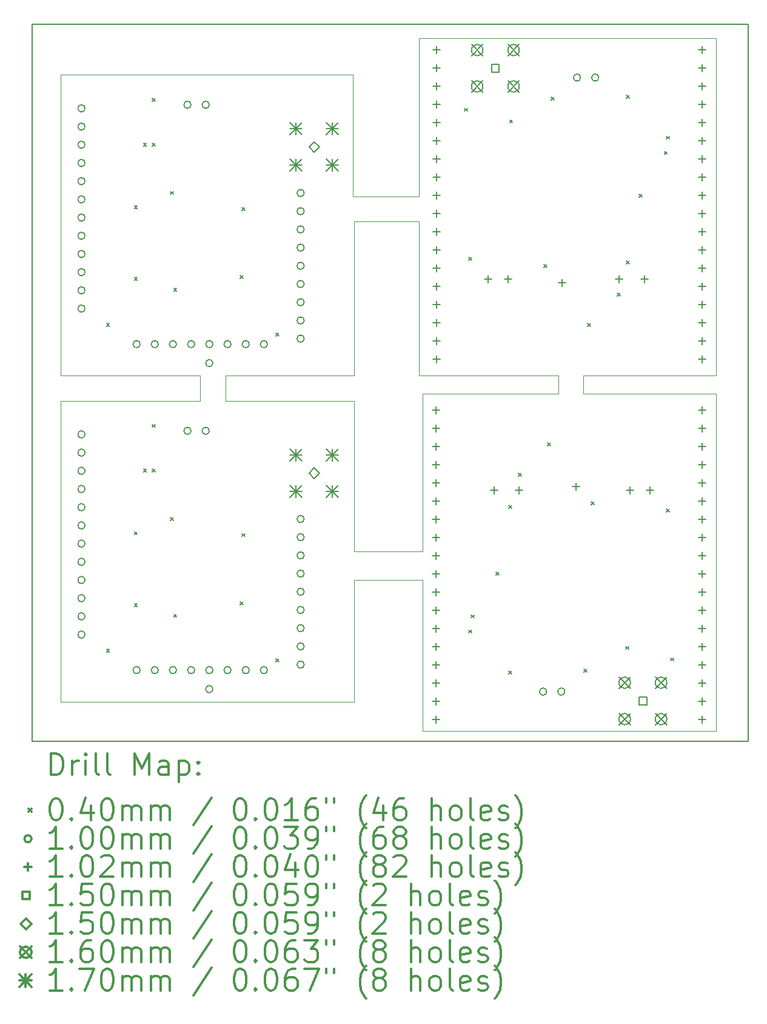
<source format=gbr>
%FSLAX45Y45*%
G04 Gerber Fmt 4.5, Leading zero omitted, Abs format (unit mm)*
G04 Created by KiCad (PCBNEW 4.0.6-e0-6349~53~ubuntu14.04.1) date Mon Apr 10 17:45:22 2017*
%MOMM*%
%LPD*%
G01*
G04 APERTURE LIST*
%ADD10C,0.127000*%
%ADD11C,0.100000*%
%ADD12C,0.150000*%
%ADD13C,0.200000*%
%ADD14C,0.300000*%
G04 APERTURE END LIST*
D10*
D11*
X15400000Y-5190000D02*
X15450000Y-5190000D01*
X15400000Y-7400000D02*
X15400000Y-5190000D01*
X14480000Y-7400000D02*
X15400000Y-7400000D01*
X14480000Y-5700000D02*
X14480000Y-7400000D01*
X14470000Y-5700000D02*
X14480000Y-5700000D01*
X17700000Y-9900000D02*
X19550000Y-9900000D01*
X17700000Y-10150000D02*
X19550000Y-10150000D01*
X17700000Y-9900000D02*
X17700000Y-10150000D01*
X15450000Y-14860000D02*
X15450000Y-14801000D01*
X15450000Y-12750000D02*
X15450000Y-14800000D01*
X14500000Y-12750000D02*
X15450000Y-12750000D01*
X14500000Y-14450000D02*
X14500000Y-12750000D01*
X14450000Y-14450000D02*
X14500000Y-14450000D01*
X14500000Y-9900000D02*
X12700000Y-9900000D01*
X14500000Y-7750000D02*
X14500000Y-9900000D01*
X15400000Y-7750000D02*
X14500000Y-7750000D01*
X15400000Y-9900000D02*
X15400000Y-7750000D01*
X17350000Y-9900000D02*
X15400000Y-9900000D01*
X17350000Y-10150000D02*
X17350000Y-9900000D01*
X15450000Y-10150000D02*
X17350000Y-10150000D01*
X15450000Y-12350000D02*
X15450000Y-10150000D01*
X14500000Y-12350000D02*
X15450000Y-12350000D01*
X14500000Y-10250000D02*
X14500000Y-12350000D01*
X12700000Y-10250000D02*
X14500000Y-10250000D01*
X12700000Y-9900000D02*
X12700000Y-10250000D01*
X12350000Y-10250000D02*
X10400000Y-10250000D01*
X12350000Y-9900000D02*
X12350000Y-10250000D01*
X10400000Y-9900000D02*
X12350000Y-9900000D01*
D12*
X10000000Y-15000000D02*
X10000000Y-5000000D01*
X20000000Y-15000000D02*
X10000000Y-15000000D01*
X20000000Y-5000000D02*
X20000000Y-15000000D01*
X10000000Y-5000000D02*
X20000000Y-5000000D01*
D11*
X14400000Y-5700000D02*
X10400000Y-5700000D01*
X14400000Y-5700000D02*
X14475000Y-5700000D01*
X14475000Y-5700000D02*
X14475000Y-5700000D01*
X14475000Y-5700000D02*
X14475000Y-5700000D01*
X10400000Y-5900000D02*
X10400000Y-5900000D01*
X10400000Y-5700000D02*
X10400000Y-5900000D01*
X10400000Y-9900000D02*
X10400000Y-9900000D01*
X10400000Y-9900000D02*
X10400000Y-5900000D01*
X14400000Y-14450000D02*
X14475000Y-14450000D01*
X10400000Y-10450000D02*
X10400000Y-10450000D01*
X10400000Y-10250000D02*
X10400000Y-10450000D01*
X10400000Y-14450000D02*
X10400000Y-14450000D01*
X14400000Y-14450000D02*
X10400000Y-14450000D01*
X10400000Y-14450000D02*
X10400000Y-10450000D01*
X19550000Y-5190000D02*
X19550000Y-9900000D01*
X15450000Y-5190000D02*
X19550000Y-5190000D01*
X19550000Y-10150000D02*
X19550000Y-14860000D01*
X19550000Y-14860000D02*
X15450000Y-14860000D01*
D13*
X11040000Y-9170000D02*
X11080000Y-9210000D01*
X11080000Y-9170000D02*
X11040000Y-9210000D01*
X11040000Y-13720000D02*
X11080000Y-13760000D01*
X11080000Y-13720000D02*
X11040000Y-13760000D01*
X11430000Y-7530000D02*
X11470000Y-7570000D01*
X11470000Y-7530000D02*
X11430000Y-7570000D01*
X11430000Y-8530000D02*
X11470000Y-8570000D01*
X11470000Y-8530000D02*
X11430000Y-8570000D01*
X11430000Y-12080000D02*
X11470000Y-12120000D01*
X11470000Y-12080000D02*
X11430000Y-12120000D01*
X11430000Y-13080000D02*
X11470000Y-13120000D01*
X11470000Y-13080000D02*
X11430000Y-13120000D01*
X11555000Y-6655000D02*
X11595000Y-6695000D01*
X11595000Y-6655000D02*
X11555000Y-6695000D01*
X11555000Y-11205000D02*
X11595000Y-11245000D01*
X11595000Y-11205000D02*
X11555000Y-11245000D01*
X11680000Y-6030000D02*
X11720000Y-6070000D01*
X11720000Y-6030000D02*
X11680000Y-6070000D01*
X11680000Y-6655000D02*
X11720000Y-6695000D01*
X11720000Y-6655000D02*
X11680000Y-6695000D01*
X11680000Y-10580000D02*
X11720000Y-10620000D01*
X11720000Y-10580000D02*
X11680000Y-10620000D01*
X11680000Y-11205000D02*
X11720000Y-11245000D01*
X11720000Y-11205000D02*
X11680000Y-11245000D01*
X11930000Y-7330000D02*
X11970000Y-7370000D01*
X11970000Y-7330000D02*
X11930000Y-7370000D01*
X11930000Y-11880000D02*
X11970000Y-11920000D01*
X11970000Y-11880000D02*
X11930000Y-11920000D01*
X11980000Y-8680000D02*
X12020000Y-8720000D01*
X12020000Y-8680000D02*
X11980000Y-8720000D01*
X11980000Y-13230000D02*
X12020000Y-13270000D01*
X12020000Y-13230000D02*
X11980000Y-13270000D01*
X12905000Y-8505000D02*
X12945000Y-8545000D01*
X12945000Y-8505000D02*
X12905000Y-8545000D01*
X12905000Y-13055000D02*
X12945000Y-13095000D01*
X12945000Y-13055000D02*
X12905000Y-13095000D01*
X12930000Y-7555000D02*
X12970000Y-7595000D01*
X12970000Y-7555000D02*
X12930000Y-7595000D01*
X12930000Y-12105000D02*
X12970000Y-12145000D01*
X12970000Y-12105000D02*
X12930000Y-12145000D01*
X13405000Y-9305000D02*
X13445000Y-9345000D01*
X13445000Y-9305000D02*
X13405000Y-9345000D01*
X13405000Y-13855000D02*
X13445000Y-13895000D01*
X13445000Y-13855000D02*
X13405000Y-13895000D01*
X16040000Y-6170000D02*
X16080000Y-6210000D01*
X16080000Y-6170000D02*
X16040000Y-6210000D01*
X16100000Y-8250000D02*
X16140000Y-8290000D01*
X16140000Y-8250000D02*
X16100000Y-8290000D01*
X16100000Y-13450000D02*
X16140000Y-13490000D01*
X16140000Y-13450000D02*
X16100000Y-13490000D01*
X16130000Y-13240000D02*
X16170000Y-13280000D01*
X16170000Y-13240000D02*
X16130000Y-13280000D01*
X16480000Y-12640000D02*
X16520000Y-12680000D01*
X16520000Y-12640000D02*
X16480000Y-12680000D01*
X16660000Y-11710000D02*
X16700000Y-11750000D01*
X16700000Y-11710000D02*
X16660000Y-11750000D01*
X16660000Y-14020000D02*
X16700000Y-14060000D01*
X16700000Y-14020000D02*
X16660000Y-14060000D01*
X16670000Y-6330000D02*
X16710000Y-6370000D01*
X16710000Y-6330000D02*
X16670000Y-6370000D01*
X16790000Y-11260000D02*
X16830000Y-11300000D01*
X16830000Y-11260000D02*
X16790000Y-11300000D01*
X17150000Y-8350000D02*
X17190000Y-8390000D01*
X17190000Y-8350000D02*
X17150000Y-8390000D01*
X17200000Y-10840000D02*
X17240000Y-10880000D01*
X17240000Y-10840000D02*
X17200000Y-10880000D01*
X17250000Y-6010000D02*
X17290000Y-6050000D01*
X17290000Y-6010000D02*
X17250000Y-6050000D01*
X17710000Y-14000000D02*
X17750000Y-14040000D01*
X17750000Y-14000000D02*
X17710000Y-14040000D01*
X17760000Y-9170000D02*
X17800000Y-9210000D01*
X17800000Y-9170000D02*
X17760000Y-9210000D01*
X17810000Y-11660000D02*
X17850000Y-11700000D01*
X17850000Y-11660000D02*
X17810000Y-11700000D01*
X18170000Y-8750000D02*
X18210000Y-8790000D01*
X18210000Y-8750000D02*
X18170000Y-8790000D01*
X18290000Y-13680000D02*
X18330000Y-13720000D01*
X18330000Y-13680000D02*
X18290000Y-13720000D01*
X18300000Y-5990000D02*
X18340000Y-6030000D01*
X18340000Y-5990000D02*
X18300000Y-6030000D01*
X18300000Y-8300000D02*
X18340000Y-8340000D01*
X18340000Y-8300000D02*
X18300000Y-8340000D01*
X18480000Y-7370000D02*
X18520000Y-7410000D01*
X18520000Y-7370000D02*
X18480000Y-7410000D01*
X18830000Y-6770000D02*
X18870000Y-6810000D01*
X18870000Y-6770000D02*
X18830000Y-6810000D01*
X18860000Y-6560000D02*
X18900000Y-6600000D01*
X18900000Y-6560000D02*
X18860000Y-6600000D01*
X18860000Y-11760000D02*
X18900000Y-11800000D01*
X18900000Y-11760000D02*
X18860000Y-11800000D01*
X18920000Y-13840000D02*
X18960000Y-13880000D01*
X18960000Y-13840000D02*
X18920000Y-13880000D01*
X10740000Y-6170000D02*
G75*
G03X10740000Y-6170000I-50000J0D01*
G01*
X10740000Y-6424000D02*
G75*
G03X10740000Y-6424000I-50000J0D01*
G01*
X10740000Y-6678000D02*
G75*
G03X10740000Y-6678000I-50000J0D01*
G01*
X10740000Y-6932000D02*
G75*
G03X10740000Y-6932000I-50000J0D01*
G01*
X10740000Y-7186000D02*
G75*
G03X10740000Y-7186000I-50000J0D01*
G01*
X10740000Y-7440000D02*
G75*
G03X10740000Y-7440000I-50000J0D01*
G01*
X10740000Y-7694000D02*
G75*
G03X10740000Y-7694000I-50000J0D01*
G01*
X10740000Y-7948000D02*
G75*
G03X10740000Y-7948000I-50000J0D01*
G01*
X10740000Y-8202000D02*
G75*
G03X10740000Y-8202000I-50000J0D01*
G01*
X10740000Y-8456000D02*
G75*
G03X10740000Y-8456000I-50000J0D01*
G01*
X10740000Y-8710000D02*
G75*
G03X10740000Y-8710000I-50000J0D01*
G01*
X10740000Y-8964000D02*
G75*
G03X10740000Y-8964000I-50000J0D01*
G01*
X10740000Y-10720000D02*
G75*
G03X10740000Y-10720000I-50000J0D01*
G01*
X10740000Y-10974000D02*
G75*
G03X10740000Y-10974000I-50000J0D01*
G01*
X10740000Y-11228000D02*
G75*
G03X10740000Y-11228000I-50000J0D01*
G01*
X10740000Y-11482000D02*
G75*
G03X10740000Y-11482000I-50000J0D01*
G01*
X10740000Y-11736000D02*
G75*
G03X10740000Y-11736000I-50000J0D01*
G01*
X10740000Y-11990000D02*
G75*
G03X10740000Y-11990000I-50000J0D01*
G01*
X10740000Y-12244000D02*
G75*
G03X10740000Y-12244000I-50000J0D01*
G01*
X10740000Y-12498000D02*
G75*
G03X10740000Y-12498000I-50000J0D01*
G01*
X10740000Y-12752000D02*
G75*
G03X10740000Y-12752000I-50000J0D01*
G01*
X10740000Y-13006000D02*
G75*
G03X10740000Y-13006000I-50000J0D01*
G01*
X10740000Y-13260000D02*
G75*
G03X10740000Y-13260000I-50000J0D01*
G01*
X10740000Y-13514000D02*
G75*
G03X10740000Y-13514000I-50000J0D01*
G01*
X11510000Y-9460000D02*
G75*
G03X11510000Y-9460000I-50000J0D01*
G01*
X11510000Y-14010000D02*
G75*
G03X11510000Y-14010000I-50000J0D01*
G01*
X11764000Y-9460000D02*
G75*
G03X11764000Y-9460000I-50000J0D01*
G01*
X11764000Y-14010000D02*
G75*
G03X11764000Y-14010000I-50000J0D01*
G01*
X12018000Y-9460000D02*
G75*
G03X12018000Y-9460000I-50000J0D01*
G01*
X12018000Y-14010000D02*
G75*
G03X12018000Y-14010000I-50000J0D01*
G01*
X12220000Y-6120000D02*
G75*
G03X12220000Y-6120000I-50000J0D01*
G01*
X12220000Y-10670000D02*
G75*
G03X12220000Y-10670000I-50000J0D01*
G01*
X12272000Y-9460000D02*
G75*
G03X12272000Y-9460000I-50000J0D01*
G01*
X12272000Y-14010000D02*
G75*
G03X12272000Y-14010000I-50000J0D01*
G01*
X12474000Y-6120000D02*
G75*
G03X12474000Y-6120000I-50000J0D01*
G01*
X12474000Y-10670000D02*
G75*
G03X12474000Y-10670000I-50000J0D01*
G01*
X12525000Y-9725000D02*
G75*
G03X12525000Y-9725000I-50000J0D01*
G01*
X12525000Y-14275000D02*
G75*
G03X12525000Y-14275000I-50000J0D01*
G01*
X12526000Y-9460000D02*
G75*
G03X12526000Y-9460000I-50000J0D01*
G01*
X12526000Y-14010000D02*
G75*
G03X12526000Y-14010000I-50000J0D01*
G01*
X12780000Y-9460000D02*
G75*
G03X12780000Y-9460000I-50000J0D01*
G01*
X12780000Y-14010000D02*
G75*
G03X12780000Y-14010000I-50000J0D01*
G01*
X13034000Y-9460000D02*
G75*
G03X13034000Y-9460000I-50000J0D01*
G01*
X13034000Y-14010000D02*
G75*
G03X13034000Y-14010000I-50000J0D01*
G01*
X13288000Y-9460000D02*
G75*
G03X13288000Y-9460000I-50000J0D01*
G01*
X13288000Y-14010000D02*
G75*
G03X13288000Y-14010000I-50000J0D01*
G01*
X13800000Y-7351000D02*
G75*
G03X13800000Y-7351000I-50000J0D01*
G01*
X13800000Y-7605000D02*
G75*
G03X13800000Y-7605000I-50000J0D01*
G01*
X13800000Y-7859000D02*
G75*
G03X13800000Y-7859000I-50000J0D01*
G01*
X13800000Y-8113000D02*
G75*
G03X13800000Y-8113000I-50000J0D01*
G01*
X13800000Y-8367000D02*
G75*
G03X13800000Y-8367000I-50000J0D01*
G01*
X13800000Y-8621000D02*
G75*
G03X13800000Y-8621000I-50000J0D01*
G01*
X13800000Y-8875000D02*
G75*
G03X13800000Y-8875000I-50000J0D01*
G01*
X13800000Y-9129000D02*
G75*
G03X13800000Y-9129000I-50000J0D01*
G01*
X13800000Y-9383000D02*
G75*
G03X13800000Y-9383000I-50000J0D01*
G01*
X13800000Y-11901000D02*
G75*
G03X13800000Y-11901000I-50000J0D01*
G01*
X13800000Y-12155000D02*
G75*
G03X13800000Y-12155000I-50000J0D01*
G01*
X13800000Y-12409000D02*
G75*
G03X13800000Y-12409000I-50000J0D01*
G01*
X13800000Y-12663000D02*
G75*
G03X13800000Y-12663000I-50000J0D01*
G01*
X13800000Y-12917000D02*
G75*
G03X13800000Y-12917000I-50000J0D01*
G01*
X13800000Y-13171000D02*
G75*
G03X13800000Y-13171000I-50000J0D01*
G01*
X13800000Y-13425000D02*
G75*
G03X13800000Y-13425000I-50000J0D01*
G01*
X13800000Y-13679000D02*
G75*
G03X13800000Y-13679000I-50000J0D01*
G01*
X13800000Y-13933000D02*
G75*
G03X13800000Y-13933000I-50000J0D01*
G01*
X17186000Y-14310000D02*
G75*
G03X17186000Y-14310000I-50000J0D01*
G01*
X17440000Y-14310000D02*
G75*
G03X17440000Y-14310000I-50000J0D01*
G01*
X17660000Y-5740000D02*
G75*
G03X17660000Y-5740000I-50000J0D01*
G01*
X17914000Y-5740000D02*
G75*
G03X17914000Y-5740000I-50000J0D01*
G01*
X15644090Y-10331840D02*
X15644090Y-10433440D01*
X15593290Y-10382640D02*
X15694890Y-10382640D01*
X15644090Y-10585840D02*
X15644090Y-10687440D01*
X15593290Y-10636640D02*
X15694890Y-10636640D01*
X15644090Y-10839840D02*
X15644090Y-10941440D01*
X15593290Y-10890640D02*
X15694890Y-10890640D01*
X15644090Y-11093840D02*
X15644090Y-11195440D01*
X15593290Y-11144640D02*
X15694890Y-11144640D01*
X15644090Y-11347840D02*
X15644090Y-11449440D01*
X15593290Y-11398640D02*
X15694890Y-11398640D01*
X15644090Y-11601840D02*
X15644090Y-11703440D01*
X15593290Y-11652640D02*
X15694890Y-11652640D01*
X15644090Y-11855840D02*
X15644090Y-11957440D01*
X15593290Y-11906640D02*
X15694890Y-11906640D01*
X15644090Y-12109840D02*
X15644090Y-12211440D01*
X15593290Y-12160640D02*
X15694890Y-12160640D01*
X15644090Y-12363840D02*
X15644090Y-12465440D01*
X15593290Y-12414640D02*
X15694890Y-12414640D01*
X15644090Y-12617840D02*
X15644090Y-12719440D01*
X15593290Y-12668640D02*
X15694890Y-12668640D01*
X15644090Y-12871840D02*
X15644090Y-12973440D01*
X15593290Y-12922640D02*
X15694890Y-12922640D01*
X15644090Y-13125840D02*
X15644090Y-13227440D01*
X15593290Y-13176640D02*
X15694890Y-13176640D01*
X15644090Y-13379840D02*
X15644090Y-13481440D01*
X15593290Y-13430640D02*
X15694890Y-13430640D01*
X15644090Y-13633840D02*
X15644090Y-13735440D01*
X15593290Y-13684640D02*
X15694890Y-13684640D01*
X15644090Y-13887840D02*
X15644090Y-13989440D01*
X15593290Y-13938640D02*
X15694890Y-13938640D01*
X15644090Y-14141840D02*
X15644090Y-14243440D01*
X15593290Y-14192640D02*
X15694890Y-14192640D01*
X15644090Y-14395840D02*
X15644090Y-14497440D01*
X15593290Y-14446640D02*
X15694890Y-14446640D01*
X15644090Y-14649840D02*
X15644090Y-14751440D01*
X15593290Y-14700640D02*
X15694890Y-14700640D01*
X15645224Y-5298560D02*
X15645224Y-5400160D01*
X15594424Y-5349360D02*
X15696024Y-5349360D01*
X15645224Y-5552560D02*
X15645224Y-5654160D01*
X15594424Y-5603360D02*
X15696024Y-5603360D01*
X15645224Y-5806560D02*
X15645224Y-5908160D01*
X15594424Y-5857360D02*
X15696024Y-5857360D01*
X15645224Y-6060560D02*
X15645224Y-6162160D01*
X15594424Y-6111360D02*
X15696024Y-6111360D01*
X15645224Y-6314560D02*
X15645224Y-6416160D01*
X15594424Y-6365360D02*
X15696024Y-6365360D01*
X15645224Y-6568560D02*
X15645224Y-6670160D01*
X15594424Y-6619360D02*
X15696024Y-6619360D01*
X15645224Y-6822560D02*
X15645224Y-6924160D01*
X15594424Y-6873360D02*
X15696024Y-6873360D01*
X15645224Y-7076560D02*
X15645224Y-7178160D01*
X15594424Y-7127360D02*
X15696024Y-7127360D01*
X15645224Y-7330560D02*
X15645224Y-7432160D01*
X15594424Y-7381360D02*
X15696024Y-7381360D01*
X15645224Y-7584560D02*
X15645224Y-7686160D01*
X15594424Y-7635360D02*
X15696024Y-7635360D01*
X15645224Y-7838560D02*
X15645224Y-7940160D01*
X15594424Y-7889360D02*
X15696024Y-7889360D01*
X15645224Y-8092560D02*
X15645224Y-8194160D01*
X15594424Y-8143360D02*
X15696024Y-8143360D01*
X15645224Y-8346560D02*
X15645224Y-8448160D01*
X15594424Y-8397360D02*
X15696024Y-8397360D01*
X15645224Y-8600560D02*
X15645224Y-8702160D01*
X15594424Y-8651360D02*
X15696024Y-8651360D01*
X15645224Y-8854560D02*
X15645224Y-8956160D01*
X15594424Y-8905360D02*
X15696024Y-8905360D01*
X15645224Y-9108560D02*
X15645224Y-9210160D01*
X15594424Y-9159360D02*
X15696024Y-9159360D01*
X15645224Y-9362560D02*
X15645224Y-9464160D01*
X15594424Y-9413360D02*
X15696024Y-9413360D01*
X15645224Y-9616560D02*
X15645224Y-9718160D01*
X15594424Y-9667360D02*
X15696024Y-9667360D01*
X16370000Y-8499200D02*
X16370000Y-8600800D01*
X16319200Y-8550000D02*
X16420800Y-8550000D01*
X16450000Y-11449200D02*
X16450000Y-11550800D01*
X16399200Y-11500000D02*
X16500800Y-11500000D01*
X16650000Y-8499200D02*
X16650000Y-8600800D01*
X16599200Y-8550000D02*
X16700800Y-8550000D01*
X16800000Y-11449200D02*
X16800000Y-11550800D01*
X16749200Y-11500000D02*
X16850800Y-11500000D01*
X17400000Y-8549200D02*
X17400000Y-8650800D01*
X17349200Y-8600000D02*
X17450800Y-8600000D01*
X17600000Y-11399200D02*
X17600000Y-11500800D01*
X17549200Y-11450000D02*
X17650800Y-11450000D01*
X18200000Y-8499200D02*
X18200000Y-8600800D01*
X18149200Y-8550000D02*
X18250800Y-8550000D01*
X18350000Y-11449200D02*
X18350000Y-11550800D01*
X18299200Y-11500000D02*
X18400800Y-11500000D01*
X18550000Y-8499200D02*
X18550000Y-8600800D01*
X18499200Y-8550000D02*
X18600800Y-8550000D01*
X18630000Y-11449200D02*
X18630000Y-11550800D01*
X18579200Y-11500000D02*
X18680800Y-11500000D01*
X19354776Y-10331840D02*
X19354776Y-10433440D01*
X19303976Y-10382640D02*
X19405576Y-10382640D01*
X19354776Y-10585840D02*
X19354776Y-10687440D01*
X19303976Y-10636640D02*
X19405576Y-10636640D01*
X19354776Y-10839840D02*
X19354776Y-10941440D01*
X19303976Y-10890640D02*
X19405576Y-10890640D01*
X19354776Y-11093840D02*
X19354776Y-11195440D01*
X19303976Y-11144640D02*
X19405576Y-11144640D01*
X19354776Y-11347840D02*
X19354776Y-11449440D01*
X19303976Y-11398640D02*
X19405576Y-11398640D01*
X19354776Y-11601840D02*
X19354776Y-11703440D01*
X19303976Y-11652640D02*
X19405576Y-11652640D01*
X19354776Y-11855840D02*
X19354776Y-11957440D01*
X19303976Y-11906640D02*
X19405576Y-11906640D01*
X19354776Y-12109840D02*
X19354776Y-12211440D01*
X19303976Y-12160640D02*
X19405576Y-12160640D01*
X19354776Y-12363840D02*
X19354776Y-12465440D01*
X19303976Y-12414640D02*
X19405576Y-12414640D01*
X19354776Y-12617840D02*
X19354776Y-12719440D01*
X19303976Y-12668640D02*
X19405576Y-12668640D01*
X19354776Y-12871840D02*
X19354776Y-12973440D01*
X19303976Y-12922640D02*
X19405576Y-12922640D01*
X19354776Y-13125840D02*
X19354776Y-13227440D01*
X19303976Y-13176640D02*
X19405576Y-13176640D01*
X19354776Y-13379840D02*
X19354776Y-13481440D01*
X19303976Y-13430640D02*
X19405576Y-13430640D01*
X19354776Y-13633840D02*
X19354776Y-13735440D01*
X19303976Y-13684640D02*
X19405576Y-13684640D01*
X19354776Y-13887840D02*
X19354776Y-13989440D01*
X19303976Y-13938640D02*
X19405576Y-13938640D01*
X19354776Y-14141840D02*
X19354776Y-14243440D01*
X19303976Y-14192640D02*
X19405576Y-14192640D01*
X19354776Y-14395840D02*
X19354776Y-14497440D01*
X19303976Y-14446640D02*
X19405576Y-14446640D01*
X19354776Y-14649840D02*
X19354776Y-14751440D01*
X19303976Y-14700640D02*
X19405576Y-14700640D01*
X19355910Y-5298560D02*
X19355910Y-5400160D01*
X19305110Y-5349360D02*
X19406710Y-5349360D01*
X19355910Y-5552560D02*
X19355910Y-5654160D01*
X19305110Y-5603360D02*
X19406710Y-5603360D01*
X19355910Y-5806560D02*
X19355910Y-5908160D01*
X19305110Y-5857360D02*
X19406710Y-5857360D01*
X19355910Y-6060560D02*
X19355910Y-6162160D01*
X19305110Y-6111360D02*
X19406710Y-6111360D01*
X19355910Y-6314560D02*
X19355910Y-6416160D01*
X19305110Y-6365360D02*
X19406710Y-6365360D01*
X19355910Y-6568560D02*
X19355910Y-6670160D01*
X19305110Y-6619360D02*
X19406710Y-6619360D01*
X19355910Y-6822560D02*
X19355910Y-6924160D01*
X19305110Y-6873360D02*
X19406710Y-6873360D01*
X19355910Y-7076560D02*
X19355910Y-7178160D01*
X19305110Y-7127360D02*
X19406710Y-7127360D01*
X19355910Y-7330560D02*
X19355910Y-7432160D01*
X19305110Y-7381360D02*
X19406710Y-7381360D01*
X19355910Y-7584560D02*
X19355910Y-7686160D01*
X19305110Y-7635360D02*
X19406710Y-7635360D01*
X19355910Y-7838560D02*
X19355910Y-7940160D01*
X19305110Y-7889360D02*
X19406710Y-7889360D01*
X19355910Y-8092560D02*
X19355910Y-8194160D01*
X19305110Y-8143360D02*
X19406710Y-8143360D01*
X19355910Y-8346560D02*
X19355910Y-8448160D01*
X19305110Y-8397360D02*
X19406710Y-8397360D01*
X19355910Y-8600560D02*
X19355910Y-8702160D01*
X19305110Y-8651360D02*
X19406710Y-8651360D01*
X19355910Y-8854560D02*
X19355910Y-8956160D01*
X19305110Y-8905360D02*
X19406710Y-8905360D01*
X19355910Y-9108560D02*
X19355910Y-9210160D01*
X19305110Y-9159360D02*
X19406710Y-9159360D01*
X19355910Y-9362560D02*
X19355910Y-9464160D01*
X19305110Y-9413360D02*
X19406710Y-9413360D01*
X19355910Y-9616560D02*
X19355910Y-9718160D01*
X19305110Y-9667360D02*
X19406710Y-9667360D01*
X16522984Y-5662984D02*
X16522984Y-5557016D01*
X16417016Y-5557016D01*
X16417016Y-5662984D01*
X16522984Y-5662984D01*
X18582984Y-14492984D02*
X18582984Y-14387016D01*
X18477016Y-14387016D01*
X18477016Y-14492984D01*
X18582984Y-14492984D01*
X13942000Y-6785000D02*
X14017000Y-6710000D01*
X13942000Y-6635000D01*
X13867000Y-6710000D01*
X13942000Y-6785000D01*
X13942000Y-11335000D02*
X14017000Y-11260000D01*
X13942000Y-11185000D01*
X13867000Y-11260000D01*
X13942000Y-11335000D01*
X16136117Y-5276117D02*
X16295883Y-5435883D01*
X16295883Y-5276117D02*
X16136117Y-5435883D01*
X16295883Y-5356000D02*
G75*
G03X16295883Y-5356000I-79883J0D01*
G01*
X16136117Y-5784117D02*
X16295883Y-5943883D01*
X16295883Y-5784117D02*
X16136117Y-5943883D01*
X16295883Y-5864000D02*
G75*
G03X16295883Y-5864000I-79883J0D01*
G01*
X16644117Y-5276117D02*
X16803883Y-5435883D01*
X16803883Y-5276117D02*
X16644117Y-5435883D01*
X16803883Y-5356000D02*
G75*
G03X16803883Y-5356000I-79883J0D01*
G01*
X16644117Y-5784117D02*
X16803883Y-5943883D01*
X16803883Y-5784117D02*
X16644117Y-5943883D01*
X16803883Y-5864000D02*
G75*
G03X16803883Y-5864000I-79883J0D01*
G01*
X18196117Y-14106117D02*
X18355883Y-14265883D01*
X18355883Y-14106117D02*
X18196117Y-14265883D01*
X18355883Y-14186000D02*
G75*
G03X18355883Y-14186000I-79883J0D01*
G01*
X18196117Y-14614117D02*
X18355883Y-14773883D01*
X18355883Y-14614117D02*
X18196117Y-14773883D01*
X18355883Y-14694000D02*
G75*
G03X18355883Y-14694000I-79883J0D01*
G01*
X18704117Y-14106117D02*
X18863883Y-14265883D01*
X18863883Y-14106117D02*
X18704117Y-14265883D01*
X18863883Y-14186000D02*
G75*
G03X18863883Y-14186000I-79883J0D01*
G01*
X18704117Y-14614117D02*
X18863883Y-14773883D01*
X18863883Y-14614117D02*
X18704117Y-14773883D01*
X18863883Y-14694000D02*
G75*
G03X18863883Y-14694000I-79883J0D01*
G01*
X13603000Y-6371000D02*
X13773000Y-6541000D01*
X13773000Y-6371000D02*
X13603000Y-6541000D01*
X13688000Y-6371000D02*
X13688000Y-6541000D01*
X13603000Y-6456000D02*
X13773000Y-6456000D01*
X13603000Y-6879000D02*
X13773000Y-7049000D01*
X13773000Y-6879000D02*
X13603000Y-7049000D01*
X13688000Y-6879000D02*
X13688000Y-7049000D01*
X13603000Y-6964000D02*
X13773000Y-6964000D01*
X13603000Y-10921000D02*
X13773000Y-11091000D01*
X13773000Y-10921000D02*
X13603000Y-11091000D01*
X13688000Y-10921000D02*
X13688000Y-11091000D01*
X13603000Y-11006000D02*
X13773000Y-11006000D01*
X13603000Y-11429000D02*
X13773000Y-11599000D01*
X13773000Y-11429000D02*
X13603000Y-11599000D01*
X13688000Y-11429000D02*
X13688000Y-11599000D01*
X13603000Y-11514000D02*
X13773000Y-11514000D01*
X14111000Y-6371000D02*
X14281000Y-6541000D01*
X14281000Y-6371000D02*
X14111000Y-6541000D01*
X14196000Y-6371000D02*
X14196000Y-6541000D01*
X14111000Y-6456000D02*
X14281000Y-6456000D01*
X14111000Y-6879000D02*
X14281000Y-7049000D01*
X14281000Y-6879000D02*
X14111000Y-7049000D01*
X14196000Y-6879000D02*
X14196000Y-7049000D01*
X14111000Y-6964000D02*
X14281000Y-6964000D01*
X14111000Y-10921000D02*
X14281000Y-11091000D01*
X14281000Y-10921000D02*
X14111000Y-11091000D01*
X14196000Y-10921000D02*
X14196000Y-11091000D01*
X14111000Y-11006000D02*
X14281000Y-11006000D01*
X14111000Y-11429000D02*
X14281000Y-11599000D01*
X14281000Y-11429000D02*
X14111000Y-11599000D01*
X14196000Y-11429000D02*
X14196000Y-11599000D01*
X14111000Y-11514000D02*
X14281000Y-11514000D01*
D14*
X10263929Y-15473214D02*
X10263929Y-15173214D01*
X10335357Y-15173214D01*
X10378214Y-15187500D01*
X10406786Y-15216071D01*
X10421071Y-15244643D01*
X10435357Y-15301786D01*
X10435357Y-15344643D01*
X10421071Y-15401786D01*
X10406786Y-15430357D01*
X10378214Y-15458929D01*
X10335357Y-15473214D01*
X10263929Y-15473214D01*
X10563929Y-15473214D02*
X10563929Y-15273214D01*
X10563929Y-15330357D02*
X10578214Y-15301786D01*
X10592500Y-15287500D01*
X10621071Y-15273214D01*
X10649643Y-15273214D01*
X10749643Y-15473214D02*
X10749643Y-15273214D01*
X10749643Y-15173214D02*
X10735357Y-15187500D01*
X10749643Y-15201786D01*
X10763929Y-15187500D01*
X10749643Y-15173214D01*
X10749643Y-15201786D01*
X10935357Y-15473214D02*
X10906786Y-15458929D01*
X10892500Y-15430357D01*
X10892500Y-15173214D01*
X11092500Y-15473214D02*
X11063929Y-15458929D01*
X11049643Y-15430357D01*
X11049643Y-15173214D01*
X11435357Y-15473214D02*
X11435357Y-15173214D01*
X11535357Y-15387500D01*
X11635357Y-15173214D01*
X11635357Y-15473214D01*
X11906786Y-15473214D02*
X11906786Y-15316071D01*
X11892500Y-15287500D01*
X11863928Y-15273214D01*
X11806786Y-15273214D01*
X11778214Y-15287500D01*
X11906786Y-15458929D02*
X11878214Y-15473214D01*
X11806786Y-15473214D01*
X11778214Y-15458929D01*
X11763928Y-15430357D01*
X11763928Y-15401786D01*
X11778214Y-15373214D01*
X11806786Y-15358929D01*
X11878214Y-15358929D01*
X11906786Y-15344643D01*
X12049643Y-15273214D02*
X12049643Y-15573214D01*
X12049643Y-15287500D02*
X12078214Y-15273214D01*
X12135357Y-15273214D01*
X12163928Y-15287500D01*
X12178214Y-15301786D01*
X12192500Y-15330357D01*
X12192500Y-15416071D01*
X12178214Y-15444643D01*
X12163928Y-15458929D01*
X12135357Y-15473214D01*
X12078214Y-15473214D01*
X12049643Y-15458929D01*
X12321071Y-15444643D02*
X12335357Y-15458929D01*
X12321071Y-15473214D01*
X12306786Y-15458929D01*
X12321071Y-15444643D01*
X12321071Y-15473214D01*
X12321071Y-15287500D02*
X12335357Y-15301786D01*
X12321071Y-15316071D01*
X12306786Y-15301786D01*
X12321071Y-15287500D01*
X12321071Y-15316071D01*
X9952500Y-15947500D02*
X9992500Y-15987500D01*
X9992500Y-15947500D02*
X9952500Y-15987500D01*
X10321071Y-15803214D02*
X10349643Y-15803214D01*
X10378214Y-15817500D01*
X10392500Y-15831786D01*
X10406786Y-15860357D01*
X10421071Y-15917500D01*
X10421071Y-15988929D01*
X10406786Y-16046071D01*
X10392500Y-16074643D01*
X10378214Y-16088929D01*
X10349643Y-16103214D01*
X10321071Y-16103214D01*
X10292500Y-16088929D01*
X10278214Y-16074643D01*
X10263929Y-16046071D01*
X10249643Y-15988929D01*
X10249643Y-15917500D01*
X10263929Y-15860357D01*
X10278214Y-15831786D01*
X10292500Y-15817500D01*
X10321071Y-15803214D01*
X10549643Y-16074643D02*
X10563929Y-16088929D01*
X10549643Y-16103214D01*
X10535357Y-16088929D01*
X10549643Y-16074643D01*
X10549643Y-16103214D01*
X10821071Y-15903214D02*
X10821071Y-16103214D01*
X10749643Y-15788929D02*
X10678214Y-16003214D01*
X10863928Y-16003214D01*
X11035357Y-15803214D02*
X11063929Y-15803214D01*
X11092500Y-15817500D01*
X11106786Y-15831786D01*
X11121071Y-15860357D01*
X11135357Y-15917500D01*
X11135357Y-15988929D01*
X11121071Y-16046071D01*
X11106786Y-16074643D01*
X11092500Y-16088929D01*
X11063929Y-16103214D01*
X11035357Y-16103214D01*
X11006786Y-16088929D01*
X10992500Y-16074643D01*
X10978214Y-16046071D01*
X10963929Y-15988929D01*
X10963929Y-15917500D01*
X10978214Y-15860357D01*
X10992500Y-15831786D01*
X11006786Y-15817500D01*
X11035357Y-15803214D01*
X11263928Y-16103214D02*
X11263928Y-15903214D01*
X11263928Y-15931786D02*
X11278214Y-15917500D01*
X11306786Y-15903214D01*
X11349643Y-15903214D01*
X11378214Y-15917500D01*
X11392500Y-15946071D01*
X11392500Y-16103214D01*
X11392500Y-15946071D02*
X11406786Y-15917500D01*
X11435357Y-15903214D01*
X11478214Y-15903214D01*
X11506786Y-15917500D01*
X11521071Y-15946071D01*
X11521071Y-16103214D01*
X11663928Y-16103214D02*
X11663928Y-15903214D01*
X11663928Y-15931786D02*
X11678214Y-15917500D01*
X11706786Y-15903214D01*
X11749643Y-15903214D01*
X11778214Y-15917500D01*
X11792500Y-15946071D01*
X11792500Y-16103214D01*
X11792500Y-15946071D02*
X11806786Y-15917500D01*
X11835357Y-15903214D01*
X11878214Y-15903214D01*
X11906786Y-15917500D01*
X11921071Y-15946071D01*
X11921071Y-16103214D01*
X12506786Y-15788929D02*
X12249643Y-16174643D01*
X12892500Y-15803214D02*
X12921071Y-15803214D01*
X12949643Y-15817500D01*
X12963928Y-15831786D01*
X12978214Y-15860357D01*
X12992500Y-15917500D01*
X12992500Y-15988929D01*
X12978214Y-16046071D01*
X12963928Y-16074643D01*
X12949643Y-16088929D01*
X12921071Y-16103214D01*
X12892500Y-16103214D01*
X12863928Y-16088929D01*
X12849643Y-16074643D01*
X12835357Y-16046071D01*
X12821071Y-15988929D01*
X12821071Y-15917500D01*
X12835357Y-15860357D01*
X12849643Y-15831786D01*
X12863928Y-15817500D01*
X12892500Y-15803214D01*
X13121071Y-16074643D02*
X13135357Y-16088929D01*
X13121071Y-16103214D01*
X13106786Y-16088929D01*
X13121071Y-16074643D01*
X13121071Y-16103214D01*
X13321071Y-15803214D02*
X13349643Y-15803214D01*
X13378214Y-15817500D01*
X13392500Y-15831786D01*
X13406785Y-15860357D01*
X13421071Y-15917500D01*
X13421071Y-15988929D01*
X13406785Y-16046071D01*
X13392500Y-16074643D01*
X13378214Y-16088929D01*
X13349643Y-16103214D01*
X13321071Y-16103214D01*
X13292500Y-16088929D01*
X13278214Y-16074643D01*
X13263928Y-16046071D01*
X13249643Y-15988929D01*
X13249643Y-15917500D01*
X13263928Y-15860357D01*
X13278214Y-15831786D01*
X13292500Y-15817500D01*
X13321071Y-15803214D01*
X13706785Y-16103214D02*
X13535357Y-16103214D01*
X13621071Y-16103214D02*
X13621071Y-15803214D01*
X13592500Y-15846071D01*
X13563928Y-15874643D01*
X13535357Y-15888929D01*
X13963928Y-15803214D02*
X13906785Y-15803214D01*
X13878214Y-15817500D01*
X13863928Y-15831786D01*
X13835357Y-15874643D01*
X13821071Y-15931786D01*
X13821071Y-16046071D01*
X13835357Y-16074643D01*
X13849643Y-16088929D01*
X13878214Y-16103214D01*
X13935357Y-16103214D01*
X13963928Y-16088929D01*
X13978214Y-16074643D01*
X13992500Y-16046071D01*
X13992500Y-15974643D01*
X13978214Y-15946071D01*
X13963928Y-15931786D01*
X13935357Y-15917500D01*
X13878214Y-15917500D01*
X13849643Y-15931786D01*
X13835357Y-15946071D01*
X13821071Y-15974643D01*
X14106786Y-15803214D02*
X14106786Y-15860357D01*
X14221071Y-15803214D02*
X14221071Y-15860357D01*
X14663928Y-16217500D02*
X14649643Y-16203214D01*
X14621071Y-16160357D01*
X14606785Y-16131786D01*
X14592500Y-16088929D01*
X14578214Y-16017500D01*
X14578214Y-15960357D01*
X14592500Y-15888929D01*
X14606785Y-15846071D01*
X14621071Y-15817500D01*
X14649643Y-15774643D01*
X14663928Y-15760357D01*
X14906785Y-15903214D02*
X14906785Y-16103214D01*
X14835357Y-15788929D02*
X14763928Y-16003214D01*
X14949643Y-16003214D01*
X15192500Y-15803214D02*
X15135357Y-15803214D01*
X15106785Y-15817500D01*
X15092500Y-15831786D01*
X15063928Y-15874643D01*
X15049643Y-15931786D01*
X15049643Y-16046071D01*
X15063928Y-16074643D01*
X15078214Y-16088929D01*
X15106785Y-16103214D01*
X15163928Y-16103214D01*
X15192500Y-16088929D01*
X15206785Y-16074643D01*
X15221071Y-16046071D01*
X15221071Y-15974643D01*
X15206785Y-15946071D01*
X15192500Y-15931786D01*
X15163928Y-15917500D01*
X15106785Y-15917500D01*
X15078214Y-15931786D01*
X15063928Y-15946071D01*
X15049643Y-15974643D01*
X15578214Y-16103214D02*
X15578214Y-15803214D01*
X15706785Y-16103214D02*
X15706785Y-15946071D01*
X15692500Y-15917500D01*
X15663928Y-15903214D01*
X15621071Y-15903214D01*
X15592500Y-15917500D01*
X15578214Y-15931786D01*
X15892500Y-16103214D02*
X15863928Y-16088929D01*
X15849643Y-16074643D01*
X15835357Y-16046071D01*
X15835357Y-15960357D01*
X15849643Y-15931786D01*
X15863928Y-15917500D01*
X15892500Y-15903214D01*
X15935357Y-15903214D01*
X15963928Y-15917500D01*
X15978214Y-15931786D01*
X15992500Y-15960357D01*
X15992500Y-16046071D01*
X15978214Y-16074643D01*
X15963928Y-16088929D01*
X15935357Y-16103214D01*
X15892500Y-16103214D01*
X16163928Y-16103214D02*
X16135357Y-16088929D01*
X16121071Y-16060357D01*
X16121071Y-15803214D01*
X16392500Y-16088929D02*
X16363928Y-16103214D01*
X16306786Y-16103214D01*
X16278214Y-16088929D01*
X16263928Y-16060357D01*
X16263928Y-15946071D01*
X16278214Y-15917500D01*
X16306786Y-15903214D01*
X16363928Y-15903214D01*
X16392500Y-15917500D01*
X16406786Y-15946071D01*
X16406786Y-15974643D01*
X16263928Y-16003214D01*
X16521071Y-16088929D02*
X16549643Y-16103214D01*
X16606786Y-16103214D01*
X16635357Y-16088929D01*
X16649643Y-16060357D01*
X16649643Y-16046071D01*
X16635357Y-16017500D01*
X16606786Y-16003214D01*
X16563928Y-16003214D01*
X16535357Y-15988929D01*
X16521071Y-15960357D01*
X16521071Y-15946071D01*
X16535357Y-15917500D01*
X16563928Y-15903214D01*
X16606786Y-15903214D01*
X16635357Y-15917500D01*
X16749643Y-16217500D02*
X16763928Y-16203214D01*
X16792500Y-16160357D01*
X16806786Y-16131786D01*
X16821071Y-16088929D01*
X16835357Y-16017500D01*
X16835357Y-15960357D01*
X16821071Y-15888929D01*
X16806786Y-15846071D01*
X16792500Y-15817500D01*
X16763928Y-15774643D01*
X16749643Y-15760357D01*
X9992500Y-16363500D02*
G75*
G03X9992500Y-16363500I-50000J0D01*
G01*
X10421071Y-16499214D02*
X10249643Y-16499214D01*
X10335357Y-16499214D02*
X10335357Y-16199214D01*
X10306786Y-16242071D01*
X10278214Y-16270643D01*
X10249643Y-16284929D01*
X10549643Y-16470643D02*
X10563929Y-16484929D01*
X10549643Y-16499214D01*
X10535357Y-16484929D01*
X10549643Y-16470643D01*
X10549643Y-16499214D01*
X10749643Y-16199214D02*
X10778214Y-16199214D01*
X10806786Y-16213500D01*
X10821071Y-16227786D01*
X10835357Y-16256357D01*
X10849643Y-16313500D01*
X10849643Y-16384929D01*
X10835357Y-16442071D01*
X10821071Y-16470643D01*
X10806786Y-16484929D01*
X10778214Y-16499214D01*
X10749643Y-16499214D01*
X10721071Y-16484929D01*
X10706786Y-16470643D01*
X10692500Y-16442071D01*
X10678214Y-16384929D01*
X10678214Y-16313500D01*
X10692500Y-16256357D01*
X10706786Y-16227786D01*
X10721071Y-16213500D01*
X10749643Y-16199214D01*
X11035357Y-16199214D02*
X11063929Y-16199214D01*
X11092500Y-16213500D01*
X11106786Y-16227786D01*
X11121071Y-16256357D01*
X11135357Y-16313500D01*
X11135357Y-16384929D01*
X11121071Y-16442071D01*
X11106786Y-16470643D01*
X11092500Y-16484929D01*
X11063929Y-16499214D01*
X11035357Y-16499214D01*
X11006786Y-16484929D01*
X10992500Y-16470643D01*
X10978214Y-16442071D01*
X10963929Y-16384929D01*
X10963929Y-16313500D01*
X10978214Y-16256357D01*
X10992500Y-16227786D01*
X11006786Y-16213500D01*
X11035357Y-16199214D01*
X11263928Y-16499214D02*
X11263928Y-16299214D01*
X11263928Y-16327786D02*
X11278214Y-16313500D01*
X11306786Y-16299214D01*
X11349643Y-16299214D01*
X11378214Y-16313500D01*
X11392500Y-16342071D01*
X11392500Y-16499214D01*
X11392500Y-16342071D02*
X11406786Y-16313500D01*
X11435357Y-16299214D01*
X11478214Y-16299214D01*
X11506786Y-16313500D01*
X11521071Y-16342071D01*
X11521071Y-16499214D01*
X11663928Y-16499214D02*
X11663928Y-16299214D01*
X11663928Y-16327786D02*
X11678214Y-16313500D01*
X11706786Y-16299214D01*
X11749643Y-16299214D01*
X11778214Y-16313500D01*
X11792500Y-16342071D01*
X11792500Y-16499214D01*
X11792500Y-16342071D02*
X11806786Y-16313500D01*
X11835357Y-16299214D01*
X11878214Y-16299214D01*
X11906786Y-16313500D01*
X11921071Y-16342071D01*
X11921071Y-16499214D01*
X12506786Y-16184929D02*
X12249643Y-16570643D01*
X12892500Y-16199214D02*
X12921071Y-16199214D01*
X12949643Y-16213500D01*
X12963928Y-16227786D01*
X12978214Y-16256357D01*
X12992500Y-16313500D01*
X12992500Y-16384929D01*
X12978214Y-16442071D01*
X12963928Y-16470643D01*
X12949643Y-16484929D01*
X12921071Y-16499214D01*
X12892500Y-16499214D01*
X12863928Y-16484929D01*
X12849643Y-16470643D01*
X12835357Y-16442071D01*
X12821071Y-16384929D01*
X12821071Y-16313500D01*
X12835357Y-16256357D01*
X12849643Y-16227786D01*
X12863928Y-16213500D01*
X12892500Y-16199214D01*
X13121071Y-16470643D02*
X13135357Y-16484929D01*
X13121071Y-16499214D01*
X13106786Y-16484929D01*
X13121071Y-16470643D01*
X13121071Y-16499214D01*
X13321071Y-16199214D02*
X13349643Y-16199214D01*
X13378214Y-16213500D01*
X13392500Y-16227786D01*
X13406785Y-16256357D01*
X13421071Y-16313500D01*
X13421071Y-16384929D01*
X13406785Y-16442071D01*
X13392500Y-16470643D01*
X13378214Y-16484929D01*
X13349643Y-16499214D01*
X13321071Y-16499214D01*
X13292500Y-16484929D01*
X13278214Y-16470643D01*
X13263928Y-16442071D01*
X13249643Y-16384929D01*
X13249643Y-16313500D01*
X13263928Y-16256357D01*
X13278214Y-16227786D01*
X13292500Y-16213500D01*
X13321071Y-16199214D01*
X13521071Y-16199214D02*
X13706785Y-16199214D01*
X13606785Y-16313500D01*
X13649643Y-16313500D01*
X13678214Y-16327786D01*
X13692500Y-16342071D01*
X13706785Y-16370643D01*
X13706785Y-16442071D01*
X13692500Y-16470643D01*
X13678214Y-16484929D01*
X13649643Y-16499214D01*
X13563928Y-16499214D01*
X13535357Y-16484929D01*
X13521071Y-16470643D01*
X13849643Y-16499214D02*
X13906785Y-16499214D01*
X13935357Y-16484929D01*
X13949643Y-16470643D01*
X13978214Y-16427786D01*
X13992500Y-16370643D01*
X13992500Y-16256357D01*
X13978214Y-16227786D01*
X13963928Y-16213500D01*
X13935357Y-16199214D01*
X13878214Y-16199214D01*
X13849643Y-16213500D01*
X13835357Y-16227786D01*
X13821071Y-16256357D01*
X13821071Y-16327786D01*
X13835357Y-16356357D01*
X13849643Y-16370643D01*
X13878214Y-16384929D01*
X13935357Y-16384929D01*
X13963928Y-16370643D01*
X13978214Y-16356357D01*
X13992500Y-16327786D01*
X14106786Y-16199214D02*
X14106786Y-16256357D01*
X14221071Y-16199214D02*
X14221071Y-16256357D01*
X14663928Y-16613500D02*
X14649643Y-16599214D01*
X14621071Y-16556357D01*
X14606785Y-16527786D01*
X14592500Y-16484929D01*
X14578214Y-16413500D01*
X14578214Y-16356357D01*
X14592500Y-16284929D01*
X14606785Y-16242071D01*
X14621071Y-16213500D01*
X14649643Y-16170643D01*
X14663928Y-16156357D01*
X14906785Y-16199214D02*
X14849643Y-16199214D01*
X14821071Y-16213500D01*
X14806785Y-16227786D01*
X14778214Y-16270643D01*
X14763928Y-16327786D01*
X14763928Y-16442071D01*
X14778214Y-16470643D01*
X14792500Y-16484929D01*
X14821071Y-16499214D01*
X14878214Y-16499214D01*
X14906785Y-16484929D01*
X14921071Y-16470643D01*
X14935357Y-16442071D01*
X14935357Y-16370643D01*
X14921071Y-16342071D01*
X14906785Y-16327786D01*
X14878214Y-16313500D01*
X14821071Y-16313500D01*
X14792500Y-16327786D01*
X14778214Y-16342071D01*
X14763928Y-16370643D01*
X15106785Y-16327786D02*
X15078214Y-16313500D01*
X15063928Y-16299214D01*
X15049643Y-16270643D01*
X15049643Y-16256357D01*
X15063928Y-16227786D01*
X15078214Y-16213500D01*
X15106785Y-16199214D01*
X15163928Y-16199214D01*
X15192500Y-16213500D01*
X15206785Y-16227786D01*
X15221071Y-16256357D01*
X15221071Y-16270643D01*
X15206785Y-16299214D01*
X15192500Y-16313500D01*
X15163928Y-16327786D01*
X15106785Y-16327786D01*
X15078214Y-16342071D01*
X15063928Y-16356357D01*
X15049643Y-16384929D01*
X15049643Y-16442071D01*
X15063928Y-16470643D01*
X15078214Y-16484929D01*
X15106785Y-16499214D01*
X15163928Y-16499214D01*
X15192500Y-16484929D01*
X15206785Y-16470643D01*
X15221071Y-16442071D01*
X15221071Y-16384929D01*
X15206785Y-16356357D01*
X15192500Y-16342071D01*
X15163928Y-16327786D01*
X15578214Y-16499214D02*
X15578214Y-16199214D01*
X15706785Y-16499214D02*
X15706785Y-16342071D01*
X15692500Y-16313500D01*
X15663928Y-16299214D01*
X15621071Y-16299214D01*
X15592500Y-16313500D01*
X15578214Y-16327786D01*
X15892500Y-16499214D02*
X15863928Y-16484929D01*
X15849643Y-16470643D01*
X15835357Y-16442071D01*
X15835357Y-16356357D01*
X15849643Y-16327786D01*
X15863928Y-16313500D01*
X15892500Y-16299214D01*
X15935357Y-16299214D01*
X15963928Y-16313500D01*
X15978214Y-16327786D01*
X15992500Y-16356357D01*
X15992500Y-16442071D01*
X15978214Y-16470643D01*
X15963928Y-16484929D01*
X15935357Y-16499214D01*
X15892500Y-16499214D01*
X16163928Y-16499214D02*
X16135357Y-16484929D01*
X16121071Y-16456357D01*
X16121071Y-16199214D01*
X16392500Y-16484929D02*
X16363928Y-16499214D01*
X16306786Y-16499214D01*
X16278214Y-16484929D01*
X16263928Y-16456357D01*
X16263928Y-16342071D01*
X16278214Y-16313500D01*
X16306786Y-16299214D01*
X16363928Y-16299214D01*
X16392500Y-16313500D01*
X16406786Y-16342071D01*
X16406786Y-16370643D01*
X16263928Y-16399214D01*
X16521071Y-16484929D02*
X16549643Y-16499214D01*
X16606786Y-16499214D01*
X16635357Y-16484929D01*
X16649643Y-16456357D01*
X16649643Y-16442071D01*
X16635357Y-16413500D01*
X16606786Y-16399214D01*
X16563928Y-16399214D01*
X16535357Y-16384929D01*
X16521071Y-16356357D01*
X16521071Y-16342071D01*
X16535357Y-16313500D01*
X16563928Y-16299214D01*
X16606786Y-16299214D01*
X16635357Y-16313500D01*
X16749643Y-16613500D02*
X16763928Y-16599214D01*
X16792500Y-16556357D01*
X16806786Y-16527786D01*
X16821071Y-16484929D01*
X16835357Y-16413500D01*
X16835357Y-16356357D01*
X16821071Y-16284929D01*
X16806786Y-16242071D01*
X16792500Y-16213500D01*
X16763928Y-16170643D01*
X16749643Y-16156357D01*
X9941700Y-16708700D02*
X9941700Y-16810300D01*
X9890900Y-16759500D02*
X9992500Y-16759500D01*
X10421071Y-16895214D02*
X10249643Y-16895214D01*
X10335357Y-16895214D02*
X10335357Y-16595214D01*
X10306786Y-16638071D01*
X10278214Y-16666643D01*
X10249643Y-16680929D01*
X10549643Y-16866643D02*
X10563929Y-16880929D01*
X10549643Y-16895214D01*
X10535357Y-16880929D01*
X10549643Y-16866643D01*
X10549643Y-16895214D01*
X10749643Y-16595214D02*
X10778214Y-16595214D01*
X10806786Y-16609500D01*
X10821071Y-16623786D01*
X10835357Y-16652357D01*
X10849643Y-16709500D01*
X10849643Y-16780929D01*
X10835357Y-16838072D01*
X10821071Y-16866643D01*
X10806786Y-16880929D01*
X10778214Y-16895214D01*
X10749643Y-16895214D01*
X10721071Y-16880929D01*
X10706786Y-16866643D01*
X10692500Y-16838072D01*
X10678214Y-16780929D01*
X10678214Y-16709500D01*
X10692500Y-16652357D01*
X10706786Y-16623786D01*
X10721071Y-16609500D01*
X10749643Y-16595214D01*
X10963929Y-16623786D02*
X10978214Y-16609500D01*
X11006786Y-16595214D01*
X11078214Y-16595214D01*
X11106786Y-16609500D01*
X11121071Y-16623786D01*
X11135357Y-16652357D01*
X11135357Y-16680929D01*
X11121071Y-16723786D01*
X10949643Y-16895214D01*
X11135357Y-16895214D01*
X11263928Y-16895214D02*
X11263928Y-16695214D01*
X11263928Y-16723786D02*
X11278214Y-16709500D01*
X11306786Y-16695214D01*
X11349643Y-16695214D01*
X11378214Y-16709500D01*
X11392500Y-16738071D01*
X11392500Y-16895214D01*
X11392500Y-16738071D02*
X11406786Y-16709500D01*
X11435357Y-16695214D01*
X11478214Y-16695214D01*
X11506786Y-16709500D01*
X11521071Y-16738071D01*
X11521071Y-16895214D01*
X11663928Y-16895214D02*
X11663928Y-16695214D01*
X11663928Y-16723786D02*
X11678214Y-16709500D01*
X11706786Y-16695214D01*
X11749643Y-16695214D01*
X11778214Y-16709500D01*
X11792500Y-16738071D01*
X11792500Y-16895214D01*
X11792500Y-16738071D02*
X11806786Y-16709500D01*
X11835357Y-16695214D01*
X11878214Y-16695214D01*
X11906786Y-16709500D01*
X11921071Y-16738071D01*
X11921071Y-16895214D01*
X12506786Y-16580929D02*
X12249643Y-16966643D01*
X12892500Y-16595214D02*
X12921071Y-16595214D01*
X12949643Y-16609500D01*
X12963928Y-16623786D01*
X12978214Y-16652357D01*
X12992500Y-16709500D01*
X12992500Y-16780929D01*
X12978214Y-16838072D01*
X12963928Y-16866643D01*
X12949643Y-16880929D01*
X12921071Y-16895214D01*
X12892500Y-16895214D01*
X12863928Y-16880929D01*
X12849643Y-16866643D01*
X12835357Y-16838072D01*
X12821071Y-16780929D01*
X12821071Y-16709500D01*
X12835357Y-16652357D01*
X12849643Y-16623786D01*
X12863928Y-16609500D01*
X12892500Y-16595214D01*
X13121071Y-16866643D02*
X13135357Y-16880929D01*
X13121071Y-16895214D01*
X13106786Y-16880929D01*
X13121071Y-16866643D01*
X13121071Y-16895214D01*
X13321071Y-16595214D02*
X13349643Y-16595214D01*
X13378214Y-16609500D01*
X13392500Y-16623786D01*
X13406785Y-16652357D01*
X13421071Y-16709500D01*
X13421071Y-16780929D01*
X13406785Y-16838072D01*
X13392500Y-16866643D01*
X13378214Y-16880929D01*
X13349643Y-16895214D01*
X13321071Y-16895214D01*
X13292500Y-16880929D01*
X13278214Y-16866643D01*
X13263928Y-16838072D01*
X13249643Y-16780929D01*
X13249643Y-16709500D01*
X13263928Y-16652357D01*
X13278214Y-16623786D01*
X13292500Y-16609500D01*
X13321071Y-16595214D01*
X13678214Y-16695214D02*
X13678214Y-16895214D01*
X13606785Y-16580929D02*
X13535357Y-16795214D01*
X13721071Y-16795214D01*
X13892500Y-16595214D02*
X13921071Y-16595214D01*
X13949643Y-16609500D01*
X13963928Y-16623786D01*
X13978214Y-16652357D01*
X13992500Y-16709500D01*
X13992500Y-16780929D01*
X13978214Y-16838072D01*
X13963928Y-16866643D01*
X13949643Y-16880929D01*
X13921071Y-16895214D01*
X13892500Y-16895214D01*
X13863928Y-16880929D01*
X13849643Y-16866643D01*
X13835357Y-16838072D01*
X13821071Y-16780929D01*
X13821071Y-16709500D01*
X13835357Y-16652357D01*
X13849643Y-16623786D01*
X13863928Y-16609500D01*
X13892500Y-16595214D01*
X14106786Y-16595214D02*
X14106786Y-16652357D01*
X14221071Y-16595214D02*
X14221071Y-16652357D01*
X14663928Y-17009500D02*
X14649643Y-16995214D01*
X14621071Y-16952357D01*
X14606785Y-16923786D01*
X14592500Y-16880929D01*
X14578214Y-16809500D01*
X14578214Y-16752357D01*
X14592500Y-16680929D01*
X14606785Y-16638071D01*
X14621071Y-16609500D01*
X14649643Y-16566643D01*
X14663928Y-16552357D01*
X14821071Y-16723786D02*
X14792500Y-16709500D01*
X14778214Y-16695214D01*
X14763928Y-16666643D01*
X14763928Y-16652357D01*
X14778214Y-16623786D01*
X14792500Y-16609500D01*
X14821071Y-16595214D01*
X14878214Y-16595214D01*
X14906785Y-16609500D01*
X14921071Y-16623786D01*
X14935357Y-16652357D01*
X14935357Y-16666643D01*
X14921071Y-16695214D01*
X14906785Y-16709500D01*
X14878214Y-16723786D01*
X14821071Y-16723786D01*
X14792500Y-16738071D01*
X14778214Y-16752357D01*
X14763928Y-16780929D01*
X14763928Y-16838072D01*
X14778214Y-16866643D01*
X14792500Y-16880929D01*
X14821071Y-16895214D01*
X14878214Y-16895214D01*
X14906785Y-16880929D01*
X14921071Y-16866643D01*
X14935357Y-16838072D01*
X14935357Y-16780929D01*
X14921071Y-16752357D01*
X14906785Y-16738071D01*
X14878214Y-16723786D01*
X15049643Y-16623786D02*
X15063928Y-16609500D01*
X15092500Y-16595214D01*
X15163928Y-16595214D01*
X15192500Y-16609500D01*
X15206785Y-16623786D01*
X15221071Y-16652357D01*
X15221071Y-16680929D01*
X15206785Y-16723786D01*
X15035357Y-16895214D01*
X15221071Y-16895214D01*
X15578214Y-16895214D02*
X15578214Y-16595214D01*
X15706785Y-16895214D02*
X15706785Y-16738071D01*
X15692500Y-16709500D01*
X15663928Y-16695214D01*
X15621071Y-16695214D01*
X15592500Y-16709500D01*
X15578214Y-16723786D01*
X15892500Y-16895214D02*
X15863928Y-16880929D01*
X15849643Y-16866643D01*
X15835357Y-16838072D01*
X15835357Y-16752357D01*
X15849643Y-16723786D01*
X15863928Y-16709500D01*
X15892500Y-16695214D01*
X15935357Y-16695214D01*
X15963928Y-16709500D01*
X15978214Y-16723786D01*
X15992500Y-16752357D01*
X15992500Y-16838072D01*
X15978214Y-16866643D01*
X15963928Y-16880929D01*
X15935357Y-16895214D01*
X15892500Y-16895214D01*
X16163928Y-16895214D02*
X16135357Y-16880929D01*
X16121071Y-16852357D01*
X16121071Y-16595214D01*
X16392500Y-16880929D02*
X16363928Y-16895214D01*
X16306786Y-16895214D01*
X16278214Y-16880929D01*
X16263928Y-16852357D01*
X16263928Y-16738071D01*
X16278214Y-16709500D01*
X16306786Y-16695214D01*
X16363928Y-16695214D01*
X16392500Y-16709500D01*
X16406786Y-16738071D01*
X16406786Y-16766643D01*
X16263928Y-16795214D01*
X16521071Y-16880929D02*
X16549643Y-16895214D01*
X16606786Y-16895214D01*
X16635357Y-16880929D01*
X16649643Y-16852357D01*
X16649643Y-16838072D01*
X16635357Y-16809500D01*
X16606786Y-16795214D01*
X16563928Y-16795214D01*
X16535357Y-16780929D01*
X16521071Y-16752357D01*
X16521071Y-16738071D01*
X16535357Y-16709500D01*
X16563928Y-16695214D01*
X16606786Y-16695214D01*
X16635357Y-16709500D01*
X16749643Y-17009500D02*
X16763928Y-16995214D01*
X16792500Y-16952357D01*
X16806786Y-16923786D01*
X16821071Y-16880929D01*
X16835357Y-16809500D01*
X16835357Y-16752357D01*
X16821071Y-16680929D01*
X16806786Y-16638071D01*
X16792500Y-16609500D01*
X16763928Y-16566643D01*
X16749643Y-16552357D01*
X9970554Y-17208484D02*
X9970554Y-17102516D01*
X9864586Y-17102516D01*
X9864586Y-17208484D01*
X9970554Y-17208484D01*
X10421071Y-17291214D02*
X10249643Y-17291214D01*
X10335357Y-17291214D02*
X10335357Y-16991214D01*
X10306786Y-17034072D01*
X10278214Y-17062643D01*
X10249643Y-17076929D01*
X10549643Y-17262643D02*
X10563929Y-17276929D01*
X10549643Y-17291214D01*
X10535357Y-17276929D01*
X10549643Y-17262643D01*
X10549643Y-17291214D01*
X10835357Y-16991214D02*
X10692500Y-16991214D01*
X10678214Y-17134072D01*
X10692500Y-17119786D01*
X10721071Y-17105500D01*
X10792500Y-17105500D01*
X10821071Y-17119786D01*
X10835357Y-17134072D01*
X10849643Y-17162643D01*
X10849643Y-17234072D01*
X10835357Y-17262643D01*
X10821071Y-17276929D01*
X10792500Y-17291214D01*
X10721071Y-17291214D01*
X10692500Y-17276929D01*
X10678214Y-17262643D01*
X11035357Y-16991214D02*
X11063929Y-16991214D01*
X11092500Y-17005500D01*
X11106786Y-17019786D01*
X11121071Y-17048357D01*
X11135357Y-17105500D01*
X11135357Y-17176929D01*
X11121071Y-17234072D01*
X11106786Y-17262643D01*
X11092500Y-17276929D01*
X11063929Y-17291214D01*
X11035357Y-17291214D01*
X11006786Y-17276929D01*
X10992500Y-17262643D01*
X10978214Y-17234072D01*
X10963929Y-17176929D01*
X10963929Y-17105500D01*
X10978214Y-17048357D01*
X10992500Y-17019786D01*
X11006786Y-17005500D01*
X11035357Y-16991214D01*
X11263928Y-17291214D02*
X11263928Y-17091214D01*
X11263928Y-17119786D02*
X11278214Y-17105500D01*
X11306786Y-17091214D01*
X11349643Y-17091214D01*
X11378214Y-17105500D01*
X11392500Y-17134072D01*
X11392500Y-17291214D01*
X11392500Y-17134072D02*
X11406786Y-17105500D01*
X11435357Y-17091214D01*
X11478214Y-17091214D01*
X11506786Y-17105500D01*
X11521071Y-17134072D01*
X11521071Y-17291214D01*
X11663928Y-17291214D02*
X11663928Y-17091214D01*
X11663928Y-17119786D02*
X11678214Y-17105500D01*
X11706786Y-17091214D01*
X11749643Y-17091214D01*
X11778214Y-17105500D01*
X11792500Y-17134072D01*
X11792500Y-17291214D01*
X11792500Y-17134072D02*
X11806786Y-17105500D01*
X11835357Y-17091214D01*
X11878214Y-17091214D01*
X11906786Y-17105500D01*
X11921071Y-17134072D01*
X11921071Y-17291214D01*
X12506786Y-16976929D02*
X12249643Y-17362643D01*
X12892500Y-16991214D02*
X12921071Y-16991214D01*
X12949643Y-17005500D01*
X12963928Y-17019786D01*
X12978214Y-17048357D01*
X12992500Y-17105500D01*
X12992500Y-17176929D01*
X12978214Y-17234072D01*
X12963928Y-17262643D01*
X12949643Y-17276929D01*
X12921071Y-17291214D01*
X12892500Y-17291214D01*
X12863928Y-17276929D01*
X12849643Y-17262643D01*
X12835357Y-17234072D01*
X12821071Y-17176929D01*
X12821071Y-17105500D01*
X12835357Y-17048357D01*
X12849643Y-17019786D01*
X12863928Y-17005500D01*
X12892500Y-16991214D01*
X13121071Y-17262643D02*
X13135357Y-17276929D01*
X13121071Y-17291214D01*
X13106786Y-17276929D01*
X13121071Y-17262643D01*
X13121071Y-17291214D01*
X13321071Y-16991214D02*
X13349643Y-16991214D01*
X13378214Y-17005500D01*
X13392500Y-17019786D01*
X13406785Y-17048357D01*
X13421071Y-17105500D01*
X13421071Y-17176929D01*
X13406785Y-17234072D01*
X13392500Y-17262643D01*
X13378214Y-17276929D01*
X13349643Y-17291214D01*
X13321071Y-17291214D01*
X13292500Y-17276929D01*
X13278214Y-17262643D01*
X13263928Y-17234072D01*
X13249643Y-17176929D01*
X13249643Y-17105500D01*
X13263928Y-17048357D01*
X13278214Y-17019786D01*
X13292500Y-17005500D01*
X13321071Y-16991214D01*
X13692500Y-16991214D02*
X13549643Y-16991214D01*
X13535357Y-17134072D01*
X13549643Y-17119786D01*
X13578214Y-17105500D01*
X13649643Y-17105500D01*
X13678214Y-17119786D01*
X13692500Y-17134072D01*
X13706785Y-17162643D01*
X13706785Y-17234072D01*
X13692500Y-17262643D01*
X13678214Y-17276929D01*
X13649643Y-17291214D01*
X13578214Y-17291214D01*
X13549643Y-17276929D01*
X13535357Y-17262643D01*
X13849643Y-17291214D02*
X13906785Y-17291214D01*
X13935357Y-17276929D01*
X13949643Y-17262643D01*
X13978214Y-17219786D01*
X13992500Y-17162643D01*
X13992500Y-17048357D01*
X13978214Y-17019786D01*
X13963928Y-17005500D01*
X13935357Y-16991214D01*
X13878214Y-16991214D01*
X13849643Y-17005500D01*
X13835357Y-17019786D01*
X13821071Y-17048357D01*
X13821071Y-17119786D01*
X13835357Y-17148357D01*
X13849643Y-17162643D01*
X13878214Y-17176929D01*
X13935357Y-17176929D01*
X13963928Y-17162643D01*
X13978214Y-17148357D01*
X13992500Y-17119786D01*
X14106786Y-16991214D02*
X14106786Y-17048357D01*
X14221071Y-16991214D02*
X14221071Y-17048357D01*
X14663928Y-17405500D02*
X14649643Y-17391214D01*
X14621071Y-17348357D01*
X14606785Y-17319786D01*
X14592500Y-17276929D01*
X14578214Y-17205500D01*
X14578214Y-17148357D01*
X14592500Y-17076929D01*
X14606785Y-17034072D01*
X14621071Y-17005500D01*
X14649643Y-16962643D01*
X14663928Y-16948357D01*
X14763928Y-17019786D02*
X14778214Y-17005500D01*
X14806785Y-16991214D01*
X14878214Y-16991214D01*
X14906785Y-17005500D01*
X14921071Y-17019786D01*
X14935357Y-17048357D01*
X14935357Y-17076929D01*
X14921071Y-17119786D01*
X14749643Y-17291214D01*
X14935357Y-17291214D01*
X15292500Y-17291214D02*
X15292500Y-16991214D01*
X15421071Y-17291214D02*
X15421071Y-17134072D01*
X15406785Y-17105500D01*
X15378214Y-17091214D01*
X15335357Y-17091214D01*
X15306785Y-17105500D01*
X15292500Y-17119786D01*
X15606785Y-17291214D02*
X15578214Y-17276929D01*
X15563928Y-17262643D01*
X15549643Y-17234072D01*
X15549643Y-17148357D01*
X15563928Y-17119786D01*
X15578214Y-17105500D01*
X15606785Y-17091214D01*
X15649643Y-17091214D01*
X15678214Y-17105500D01*
X15692500Y-17119786D01*
X15706785Y-17148357D01*
X15706785Y-17234072D01*
X15692500Y-17262643D01*
X15678214Y-17276929D01*
X15649643Y-17291214D01*
X15606785Y-17291214D01*
X15878214Y-17291214D02*
X15849643Y-17276929D01*
X15835357Y-17248357D01*
X15835357Y-16991214D01*
X16106786Y-17276929D02*
X16078214Y-17291214D01*
X16021071Y-17291214D01*
X15992500Y-17276929D01*
X15978214Y-17248357D01*
X15978214Y-17134072D01*
X15992500Y-17105500D01*
X16021071Y-17091214D01*
X16078214Y-17091214D01*
X16106786Y-17105500D01*
X16121071Y-17134072D01*
X16121071Y-17162643D01*
X15978214Y-17191214D01*
X16235357Y-17276929D02*
X16263928Y-17291214D01*
X16321071Y-17291214D01*
X16349643Y-17276929D01*
X16363928Y-17248357D01*
X16363928Y-17234072D01*
X16349643Y-17205500D01*
X16321071Y-17191214D01*
X16278214Y-17191214D01*
X16249643Y-17176929D01*
X16235357Y-17148357D01*
X16235357Y-17134072D01*
X16249643Y-17105500D01*
X16278214Y-17091214D01*
X16321071Y-17091214D01*
X16349643Y-17105500D01*
X16463928Y-17405500D02*
X16478214Y-17391214D01*
X16506786Y-17348357D01*
X16521071Y-17319786D01*
X16535357Y-17276929D01*
X16549643Y-17205500D01*
X16549643Y-17148357D01*
X16535357Y-17076929D01*
X16521071Y-17034072D01*
X16506786Y-17005500D01*
X16478214Y-16962643D01*
X16463928Y-16948357D01*
X9917500Y-17626500D02*
X9992500Y-17551500D01*
X9917500Y-17476500D01*
X9842500Y-17551500D01*
X9917500Y-17626500D01*
X10421071Y-17687214D02*
X10249643Y-17687214D01*
X10335357Y-17687214D02*
X10335357Y-17387214D01*
X10306786Y-17430072D01*
X10278214Y-17458643D01*
X10249643Y-17472929D01*
X10549643Y-17658643D02*
X10563929Y-17672929D01*
X10549643Y-17687214D01*
X10535357Y-17672929D01*
X10549643Y-17658643D01*
X10549643Y-17687214D01*
X10835357Y-17387214D02*
X10692500Y-17387214D01*
X10678214Y-17530072D01*
X10692500Y-17515786D01*
X10721071Y-17501500D01*
X10792500Y-17501500D01*
X10821071Y-17515786D01*
X10835357Y-17530072D01*
X10849643Y-17558643D01*
X10849643Y-17630072D01*
X10835357Y-17658643D01*
X10821071Y-17672929D01*
X10792500Y-17687214D01*
X10721071Y-17687214D01*
X10692500Y-17672929D01*
X10678214Y-17658643D01*
X11035357Y-17387214D02*
X11063929Y-17387214D01*
X11092500Y-17401500D01*
X11106786Y-17415786D01*
X11121071Y-17444357D01*
X11135357Y-17501500D01*
X11135357Y-17572929D01*
X11121071Y-17630072D01*
X11106786Y-17658643D01*
X11092500Y-17672929D01*
X11063929Y-17687214D01*
X11035357Y-17687214D01*
X11006786Y-17672929D01*
X10992500Y-17658643D01*
X10978214Y-17630072D01*
X10963929Y-17572929D01*
X10963929Y-17501500D01*
X10978214Y-17444357D01*
X10992500Y-17415786D01*
X11006786Y-17401500D01*
X11035357Y-17387214D01*
X11263928Y-17687214D02*
X11263928Y-17487214D01*
X11263928Y-17515786D02*
X11278214Y-17501500D01*
X11306786Y-17487214D01*
X11349643Y-17487214D01*
X11378214Y-17501500D01*
X11392500Y-17530072D01*
X11392500Y-17687214D01*
X11392500Y-17530072D02*
X11406786Y-17501500D01*
X11435357Y-17487214D01*
X11478214Y-17487214D01*
X11506786Y-17501500D01*
X11521071Y-17530072D01*
X11521071Y-17687214D01*
X11663928Y-17687214D02*
X11663928Y-17487214D01*
X11663928Y-17515786D02*
X11678214Y-17501500D01*
X11706786Y-17487214D01*
X11749643Y-17487214D01*
X11778214Y-17501500D01*
X11792500Y-17530072D01*
X11792500Y-17687214D01*
X11792500Y-17530072D02*
X11806786Y-17501500D01*
X11835357Y-17487214D01*
X11878214Y-17487214D01*
X11906786Y-17501500D01*
X11921071Y-17530072D01*
X11921071Y-17687214D01*
X12506786Y-17372929D02*
X12249643Y-17758643D01*
X12892500Y-17387214D02*
X12921071Y-17387214D01*
X12949643Y-17401500D01*
X12963928Y-17415786D01*
X12978214Y-17444357D01*
X12992500Y-17501500D01*
X12992500Y-17572929D01*
X12978214Y-17630072D01*
X12963928Y-17658643D01*
X12949643Y-17672929D01*
X12921071Y-17687214D01*
X12892500Y-17687214D01*
X12863928Y-17672929D01*
X12849643Y-17658643D01*
X12835357Y-17630072D01*
X12821071Y-17572929D01*
X12821071Y-17501500D01*
X12835357Y-17444357D01*
X12849643Y-17415786D01*
X12863928Y-17401500D01*
X12892500Y-17387214D01*
X13121071Y-17658643D02*
X13135357Y-17672929D01*
X13121071Y-17687214D01*
X13106786Y-17672929D01*
X13121071Y-17658643D01*
X13121071Y-17687214D01*
X13321071Y-17387214D02*
X13349643Y-17387214D01*
X13378214Y-17401500D01*
X13392500Y-17415786D01*
X13406785Y-17444357D01*
X13421071Y-17501500D01*
X13421071Y-17572929D01*
X13406785Y-17630072D01*
X13392500Y-17658643D01*
X13378214Y-17672929D01*
X13349643Y-17687214D01*
X13321071Y-17687214D01*
X13292500Y-17672929D01*
X13278214Y-17658643D01*
X13263928Y-17630072D01*
X13249643Y-17572929D01*
X13249643Y-17501500D01*
X13263928Y-17444357D01*
X13278214Y-17415786D01*
X13292500Y-17401500D01*
X13321071Y-17387214D01*
X13692500Y-17387214D02*
X13549643Y-17387214D01*
X13535357Y-17530072D01*
X13549643Y-17515786D01*
X13578214Y-17501500D01*
X13649643Y-17501500D01*
X13678214Y-17515786D01*
X13692500Y-17530072D01*
X13706785Y-17558643D01*
X13706785Y-17630072D01*
X13692500Y-17658643D01*
X13678214Y-17672929D01*
X13649643Y-17687214D01*
X13578214Y-17687214D01*
X13549643Y-17672929D01*
X13535357Y-17658643D01*
X13849643Y-17687214D02*
X13906785Y-17687214D01*
X13935357Y-17672929D01*
X13949643Y-17658643D01*
X13978214Y-17615786D01*
X13992500Y-17558643D01*
X13992500Y-17444357D01*
X13978214Y-17415786D01*
X13963928Y-17401500D01*
X13935357Y-17387214D01*
X13878214Y-17387214D01*
X13849643Y-17401500D01*
X13835357Y-17415786D01*
X13821071Y-17444357D01*
X13821071Y-17515786D01*
X13835357Y-17544357D01*
X13849643Y-17558643D01*
X13878214Y-17572929D01*
X13935357Y-17572929D01*
X13963928Y-17558643D01*
X13978214Y-17544357D01*
X13992500Y-17515786D01*
X14106786Y-17387214D02*
X14106786Y-17444357D01*
X14221071Y-17387214D02*
X14221071Y-17444357D01*
X14663928Y-17801500D02*
X14649643Y-17787214D01*
X14621071Y-17744357D01*
X14606785Y-17715786D01*
X14592500Y-17672929D01*
X14578214Y-17601500D01*
X14578214Y-17544357D01*
X14592500Y-17472929D01*
X14606785Y-17430072D01*
X14621071Y-17401500D01*
X14649643Y-17358643D01*
X14663928Y-17344357D01*
X14763928Y-17415786D02*
X14778214Y-17401500D01*
X14806785Y-17387214D01*
X14878214Y-17387214D01*
X14906785Y-17401500D01*
X14921071Y-17415786D01*
X14935357Y-17444357D01*
X14935357Y-17472929D01*
X14921071Y-17515786D01*
X14749643Y-17687214D01*
X14935357Y-17687214D01*
X15292500Y-17687214D02*
X15292500Y-17387214D01*
X15421071Y-17687214D02*
X15421071Y-17530072D01*
X15406785Y-17501500D01*
X15378214Y-17487214D01*
X15335357Y-17487214D01*
X15306785Y-17501500D01*
X15292500Y-17515786D01*
X15606785Y-17687214D02*
X15578214Y-17672929D01*
X15563928Y-17658643D01*
X15549643Y-17630072D01*
X15549643Y-17544357D01*
X15563928Y-17515786D01*
X15578214Y-17501500D01*
X15606785Y-17487214D01*
X15649643Y-17487214D01*
X15678214Y-17501500D01*
X15692500Y-17515786D01*
X15706785Y-17544357D01*
X15706785Y-17630072D01*
X15692500Y-17658643D01*
X15678214Y-17672929D01*
X15649643Y-17687214D01*
X15606785Y-17687214D01*
X15878214Y-17687214D02*
X15849643Y-17672929D01*
X15835357Y-17644357D01*
X15835357Y-17387214D01*
X16106786Y-17672929D02*
X16078214Y-17687214D01*
X16021071Y-17687214D01*
X15992500Y-17672929D01*
X15978214Y-17644357D01*
X15978214Y-17530072D01*
X15992500Y-17501500D01*
X16021071Y-17487214D01*
X16078214Y-17487214D01*
X16106786Y-17501500D01*
X16121071Y-17530072D01*
X16121071Y-17558643D01*
X15978214Y-17587214D01*
X16235357Y-17672929D02*
X16263928Y-17687214D01*
X16321071Y-17687214D01*
X16349643Y-17672929D01*
X16363928Y-17644357D01*
X16363928Y-17630072D01*
X16349643Y-17601500D01*
X16321071Y-17587214D01*
X16278214Y-17587214D01*
X16249643Y-17572929D01*
X16235357Y-17544357D01*
X16235357Y-17530072D01*
X16249643Y-17501500D01*
X16278214Y-17487214D01*
X16321071Y-17487214D01*
X16349643Y-17501500D01*
X16463928Y-17801500D02*
X16478214Y-17787214D01*
X16506786Y-17744357D01*
X16521071Y-17715786D01*
X16535357Y-17672929D01*
X16549643Y-17601500D01*
X16549643Y-17544357D01*
X16535357Y-17472929D01*
X16521071Y-17430072D01*
X16506786Y-17401500D01*
X16478214Y-17358643D01*
X16463928Y-17344357D01*
X9832734Y-17867617D02*
X9992500Y-18027383D01*
X9992500Y-17867617D02*
X9832734Y-18027383D01*
X9992500Y-17947500D02*
G75*
G03X9992500Y-17947500I-79883J0D01*
G01*
X10421071Y-18083214D02*
X10249643Y-18083214D01*
X10335357Y-18083214D02*
X10335357Y-17783214D01*
X10306786Y-17826072D01*
X10278214Y-17854643D01*
X10249643Y-17868929D01*
X10549643Y-18054643D02*
X10563929Y-18068929D01*
X10549643Y-18083214D01*
X10535357Y-18068929D01*
X10549643Y-18054643D01*
X10549643Y-18083214D01*
X10821071Y-17783214D02*
X10763928Y-17783214D01*
X10735357Y-17797500D01*
X10721071Y-17811786D01*
X10692500Y-17854643D01*
X10678214Y-17911786D01*
X10678214Y-18026072D01*
X10692500Y-18054643D01*
X10706786Y-18068929D01*
X10735357Y-18083214D01*
X10792500Y-18083214D01*
X10821071Y-18068929D01*
X10835357Y-18054643D01*
X10849643Y-18026072D01*
X10849643Y-17954643D01*
X10835357Y-17926072D01*
X10821071Y-17911786D01*
X10792500Y-17897500D01*
X10735357Y-17897500D01*
X10706786Y-17911786D01*
X10692500Y-17926072D01*
X10678214Y-17954643D01*
X11035357Y-17783214D02*
X11063929Y-17783214D01*
X11092500Y-17797500D01*
X11106786Y-17811786D01*
X11121071Y-17840357D01*
X11135357Y-17897500D01*
X11135357Y-17968929D01*
X11121071Y-18026072D01*
X11106786Y-18054643D01*
X11092500Y-18068929D01*
X11063929Y-18083214D01*
X11035357Y-18083214D01*
X11006786Y-18068929D01*
X10992500Y-18054643D01*
X10978214Y-18026072D01*
X10963929Y-17968929D01*
X10963929Y-17897500D01*
X10978214Y-17840357D01*
X10992500Y-17811786D01*
X11006786Y-17797500D01*
X11035357Y-17783214D01*
X11263928Y-18083214D02*
X11263928Y-17883214D01*
X11263928Y-17911786D02*
X11278214Y-17897500D01*
X11306786Y-17883214D01*
X11349643Y-17883214D01*
X11378214Y-17897500D01*
X11392500Y-17926072D01*
X11392500Y-18083214D01*
X11392500Y-17926072D02*
X11406786Y-17897500D01*
X11435357Y-17883214D01*
X11478214Y-17883214D01*
X11506786Y-17897500D01*
X11521071Y-17926072D01*
X11521071Y-18083214D01*
X11663928Y-18083214D02*
X11663928Y-17883214D01*
X11663928Y-17911786D02*
X11678214Y-17897500D01*
X11706786Y-17883214D01*
X11749643Y-17883214D01*
X11778214Y-17897500D01*
X11792500Y-17926072D01*
X11792500Y-18083214D01*
X11792500Y-17926072D02*
X11806786Y-17897500D01*
X11835357Y-17883214D01*
X11878214Y-17883214D01*
X11906786Y-17897500D01*
X11921071Y-17926072D01*
X11921071Y-18083214D01*
X12506786Y-17768929D02*
X12249643Y-18154643D01*
X12892500Y-17783214D02*
X12921071Y-17783214D01*
X12949643Y-17797500D01*
X12963928Y-17811786D01*
X12978214Y-17840357D01*
X12992500Y-17897500D01*
X12992500Y-17968929D01*
X12978214Y-18026072D01*
X12963928Y-18054643D01*
X12949643Y-18068929D01*
X12921071Y-18083214D01*
X12892500Y-18083214D01*
X12863928Y-18068929D01*
X12849643Y-18054643D01*
X12835357Y-18026072D01*
X12821071Y-17968929D01*
X12821071Y-17897500D01*
X12835357Y-17840357D01*
X12849643Y-17811786D01*
X12863928Y-17797500D01*
X12892500Y-17783214D01*
X13121071Y-18054643D02*
X13135357Y-18068929D01*
X13121071Y-18083214D01*
X13106786Y-18068929D01*
X13121071Y-18054643D01*
X13121071Y-18083214D01*
X13321071Y-17783214D02*
X13349643Y-17783214D01*
X13378214Y-17797500D01*
X13392500Y-17811786D01*
X13406785Y-17840357D01*
X13421071Y-17897500D01*
X13421071Y-17968929D01*
X13406785Y-18026072D01*
X13392500Y-18054643D01*
X13378214Y-18068929D01*
X13349643Y-18083214D01*
X13321071Y-18083214D01*
X13292500Y-18068929D01*
X13278214Y-18054643D01*
X13263928Y-18026072D01*
X13249643Y-17968929D01*
X13249643Y-17897500D01*
X13263928Y-17840357D01*
X13278214Y-17811786D01*
X13292500Y-17797500D01*
X13321071Y-17783214D01*
X13678214Y-17783214D02*
X13621071Y-17783214D01*
X13592500Y-17797500D01*
X13578214Y-17811786D01*
X13549643Y-17854643D01*
X13535357Y-17911786D01*
X13535357Y-18026072D01*
X13549643Y-18054643D01*
X13563928Y-18068929D01*
X13592500Y-18083214D01*
X13649643Y-18083214D01*
X13678214Y-18068929D01*
X13692500Y-18054643D01*
X13706785Y-18026072D01*
X13706785Y-17954643D01*
X13692500Y-17926072D01*
X13678214Y-17911786D01*
X13649643Y-17897500D01*
X13592500Y-17897500D01*
X13563928Y-17911786D01*
X13549643Y-17926072D01*
X13535357Y-17954643D01*
X13806785Y-17783214D02*
X13992500Y-17783214D01*
X13892500Y-17897500D01*
X13935357Y-17897500D01*
X13963928Y-17911786D01*
X13978214Y-17926072D01*
X13992500Y-17954643D01*
X13992500Y-18026072D01*
X13978214Y-18054643D01*
X13963928Y-18068929D01*
X13935357Y-18083214D01*
X13849643Y-18083214D01*
X13821071Y-18068929D01*
X13806785Y-18054643D01*
X14106786Y-17783214D02*
X14106786Y-17840357D01*
X14221071Y-17783214D02*
X14221071Y-17840357D01*
X14663928Y-18197500D02*
X14649643Y-18183214D01*
X14621071Y-18140357D01*
X14606785Y-18111786D01*
X14592500Y-18068929D01*
X14578214Y-17997500D01*
X14578214Y-17940357D01*
X14592500Y-17868929D01*
X14606785Y-17826072D01*
X14621071Y-17797500D01*
X14649643Y-17754643D01*
X14663928Y-17740357D01*
X14821071Y-17911786D02*
X14792500Y-17897500D01*
X14778214Y-17883214D01*
X14763928Y-17854643D01*
X14763928Y-17840357D01*
X14778214Y-17811786D01*
X14792500Y-17797500D01*
X14821071Y-17783214D01*
X14878214Y-17783214D01*
X14906785Y-17797500D01*
X14921071Y-17811786D01*
X14935357Y-17840357D01*
X14935357Y-17854643D01*
X14921071Y-17883214D01*
X14906785Y-17897500D01*
X14878214Y-17911786D01*
X14821071Y-17911786D01*
X14792500Y-17926072D01*
X14778214Y-17940357D01*
X14763928Y-17968929D01*
X14763928Y-18026072D01*
X14778214Y-18054643D01*
X14792500Y-18068929D01*
X14821071Y-18083214D01*
X14878214Y-18083214D01*
X14906785Y-18068929D01*
X14921071Y-18054643D01*
X14935357Y-18026072D01*
X14935357Y-17968929D01*
X14921071Y-17940357D01*
X14906785Y-17926072D01*
X14878214Y-17911786D01*
X15292500Y-18083214D02*
X15292500Y-17783214D01*
X15421071Y-18083214D02*
X15421071Y-17926072D01*
X15406785Y-17897500D01*
X15378214Y-17883214D01*
X15335357Y-17883214D01*
X15306785Y-17897500D01*
X15292500Y-17911786D01*
X15606785Y-18083214D02*
X15578214Y-18068929D01*
X15563928Y-18054643D01*
X15549643Y-18026072D01*
X15549643Y-17940357D01*
X15563928Y-17911786D01*
X15578214Y-17897500D01*
X15606785Y-17883214D01*
X15649643Y-17883214D01*
X15678214Y-17897500D01*
X15692500Y-17911786D01*
X15706785Y-17940357D01*
X15706785Y-18026072D01*
X15692500Y-18054643D01*
X15678214Y-18068929D01*
X15649643Y-18083214D01*
X15606785Y-18083214D01*
X15878214Y-18083214D02*
X15849643Y-18068929D01*
X15835357Y-18040357D01*
X15835357Y-17783214D01*
X16106786Y-18068929D02*
X16078214Y-18083214D01*
X16021071Y-18083214D01*
X15992500Y-18068929D01*
X15978214Y-18040357D01*
X15978214Y-17926072D01*
X15992500Y-17897500D01*
X16021071Y-17883214D01*
X16078214Y-17883214D01*
X16106786Y-17897500D01*
X16121071Y-17926072D01*
X16121071Y-17954643D01*
X15978214Y-17983214D01*
X16235357Y-18068929D02*
X16263928Y-18083214D01*
X16321071Y-18083214D01*
X16349643Y-18068929D01*
X16363928Y-18040357D01*
X16363928Y-18026072D01*
X16349643Y-17997500D01*
X16321071Y-17983214D01*
X16278214Y-17983214D01*
X16249643Y-17968929D01*
X16235357Y-17940357D01*
X16235357Y-17926072D01*
X16249643Y-17897500D01*
X16278214Y-17883214D01*
X16321071Y-17883214D01*
X16349643Y-17897500D01*
X16463928Y-18197500D02*
X16478214Y-18183214D01*
X16506786Y-18140357D01*
X16521071Y-18111786D01*
X16535357Y-18068929D01*
X16549643Y-17997500D01*
X16549643Y-17940357D01*
X16535357Y-17868929D01*
X16521071Y-17826072D01*
X16506786Y-17797500D01*
X16478214Y-17754643D01*
X16463928Y-17740357D01*
X9822500Y-18258500D02*
X9992500Y-18428500D01*
X9992500Y-18258500D02*
X9822500Y-18428500D01*
X9907500Y-18258500D02*
X9907500Y-18428500D01*
X9822500Y-18343500D02*
X9992500Y-18343500D01*
X10421071Y-18479214D02*
X10249643Y-18479214D01*
X10335357Y-18479214D02*
X10335357Y-18179214D01*
X10306786Y-18222072D01*
X10278214Y-18250643D01*
X10249643Y-18264929D01*
X10549643Y-18450643D02*
X10563929Y-18464929D01*
X10549643Y-18479214D01*
X10535357Y-18464929D01*
X10549643Y-18450643D01*
X10549643Y-18479214D01*
X10663928Y-18179214D02*
X10863928Y-18179214D01*
X10735357Y-18479214D01*
X11035357Y-18179214D02*
X11063929Y-18179214D01*
X11092500Y-18193500D01*
X11106786Y-18207786D01*
X11121071Y-18236357D01*
X11135357Y-18293500D01*
X11135357Y-18364929D01*
X11121071Y-18422072D01*
X11106786Y-18450643D01*
X11092500Y-18464929D01*
X11063929Y-18479214D01*
X11035357Y-18479214D01*
X11006786Y-18464929D01*
X10992500Y-18450643D01*
X10978214Y-18422072D01*
X10963929Y-18364929D01*
X10963929Y-18293500D01*
X10978214Y-18236357D01*
X10992500Y-18207786D01*
X11006786Y-18193500D01*
X11035357Y-18179214D01*
X11263928Y-18479214D02*
X11263928Y-18279214D01*
X11263928Y-18307786D02*
X11278214Y-18293500D01*
X11306786Y-18279214D01*
X11349643Y-18279214D01*
X11378214Y-18293500D01*
X11392500Y-18322072D01*
X11392500Y-18479214D01*
X11392500Y-18322072D02*
X11406786Y-18293500D01*
X11435357Y-18279214D01*
X11478214Y-18279214D01*
X11506786Y-18293500D01*
X11521071Y-18322072D01*
X11521071Y-18479214D01*
X11663928Y-18479214D02*
X11663928Y-18279214D01*
X11663928Y-18307786D02*
X11678214Y-18293500D01*
X11706786Y-18279214D01*
X11749643Y-18279214D01*
X11778214Y-18293500D01*
X11792500Y-18322072D01*
X11792500Y-18479214D01*
X11792500Y-18322072D02*
X11806786Y-18293500D01*
X11835357Y-18279214D01*
X11878214Y-18279214D01*
X11906786Y-18293500D01*
X11921071Y-18322072D01*
X11921071Y-18479214D01*
X12506786Y-18164929D02*
X12249643Y-18550643D01*
X12892500Y-18179214D02*
X12921071Y-18179214D01*
X12949643Y-18193500D01*
X12963928Y-18207786D01*
X12978214Y-18236357D01*
X12992500Y-18293500D01*
X12992500Y-18364929D01*
X12978214Y-18422072D01*
X12963928Y-18450643D01*
X12949643Y-18464929D01*
X12921071Y-18479214D01*
X12892500Y-18479214D01*
X12863928Y-18464929D01*
X12849643Y-18450643D01*
X12835357Y-18422072D01*
X12821071Y-18364929D01*
X12821071Y-18293500D01*
X12835357Y-18236357D01*
X12849643Y-18207786D01*
X12863928Y-18193500D01*
X12892500Y-18179214D01*
X13121071Y-18450643D02*
X13135357Y-18464929D01*
X13121071Y-18479214D01*
X13106786Y-18464929D01*
X13121071Y-18450643D01*
X13121071Y-18479214D01*
X13321071Y-18179214D02*
X13349643Y-18179214D01*
X13378214Y-18193500D01*
X13392500Y-18207786D01*
X13406785Y-18236357D01*
X13421071Y-18293500D01*
X13421071Y-18364929D01*
X13406785Y-18422072D01*
X13392500Y-18450643D01*
X13378214Y-18464929D01*
X13349643Y-18479214D01*
X13321071Y-18479214D01*
X13292500Y-18464929D01*
X13278214Y-18450643D01*
X13263928Y-18422072D01*
X13249643Y-18364929D01*
X13249643Y-18293500D01*
X13263928Y-18236357D01*
X13278214Y-18207786D01*
X13292500Y-18193500D01*
X13321071Y-18179214D01*
X13678214Y-18179214D02*
X13621071Y-18179214D01*
X13592500Y-18193500D01*
X13578214Y-18207786D01*
X13549643Y-18250643D01*
X13535357Y-18307786D01*
X13535357Y-18422072D01*
X13549643Y-18450643D01*
X13563928Y-18464929D01*
X13592500Y-18479214D01*
X13649643Y-18479214D01*
X13678214Y-18464929D01*
X13692500Y-18450643D01*
X13706785Y-18422072D01*
X13706785Y-18350643D01*
X13692500Y-18322072D01*
X13678214Y-18307786D01*
X13649643Y-18293500D01*
X13592500Y-18293500D01*
X13563928Y-18307786D01*
X13549643Y-18322072D01*
X13535357Y-18350643D01*
X13806785Y-18179214D02*
X14006785Y-18179214D01*
X13878214Y-18479214D01*
X14106786Y-18179214D02*
X14106786Y-18236357D01*
X14221071Y-18179214D02*
X14221071Y-18236357D01*
X14663928Y-18593500D02*
X14649643Y-18579214D01*
X14621071Y-18536357D01*
X14606785Y-18507786D01*
X14592500Y-18464929D01*
X14578214Y-18393500D01*
X14578214Y-18336357D01*
X14592500Y-18264929D01*
X14606785Y-18222072D01*
X14621071Y-18193500D01*
X14649643Y-18150643D01*
X14663928Y-18136357D01*
X14821071Y-18307786D02*
X14792500Y-18293500D01*
X14778214Y-18279214D01*
X14763928Y-18250643D01*
X14763928Y-18236357D01*
X14778214Y-18207786D01*
X14792500Y-18193500D01*
X14821071Y-18179214D01*
X14878214Y-18179214D01*
X14906785Y-18193500D01*
X14921071Y-18207786D01*
X14935357Y-18236357D01*
X14935357Y-18250643D01*
X14921071Y-18279214D01*
X14906785Y-18293500D01*
X14878214Y-18307786D01*
X14821071Y-18307786D01*
X14792500Y-18322072D01*
X14778214Y-18336357D01*
X14763928Y-18364929D01*
X14763928Y-18422072D01*
X14778214Y-18450643D01*
X14792500Y-18464929D01*
X14821071Y-18479214D01*
X14878214Y-18479214D01*
X14906785Y-18464929D01*
X14921071Y-18450643D01*
X14935357Y-18422072D01*
X14935357Y-18364929D01*
X14921071Y-18336357D01*
X14906785Y-18322072D01*
X14878214Y-18307786D01*
X15292500Y-18479214D02*
X15292500Y-18179214D01*
X15421071Y-18479214D02*
X15421071Y-18322072D01*
X15406785Y-18293500D01*
X15378214Y-18279214D01*
X15335357Y-18279214D01*
X15306785Y-18293500D01*
X15292500Y-18307786D01*
X15606785Y-18479214D02*
X15578214Y-18464929D01*
X15563928Y-18450643D01*
X15549643Y-18422072D01*
X15549643Y-18336357D01*
X15563928Y-18307786D01*
X15578214Y-18293500D01*
X15606785Y-18279214D01*
X15649643Y-18279214D01*
X15678214Y-18293500D01*
X15692500Y-18307786D01*
X15706785Y-18336357D01*
X15706785Y-18422072D01*
X15692500Y-18450643D01*
X15678214Y-18464929D01*
X15649643Y-18479214D01*
X15606785Y-18479214D01*
X15878214Y-18479214D02*
X15849643Y-18464929D01*
X15835357Y-18436357D01*
X15835357Y-18179214D01*
X16106786Y-18464929D02*
X16078214Y-18479214D01*
X16021071Y-18479214D01*
X15992500Y-18464929D01*
X15978214Y-18436357D01*
X15978214Y-18322072D01*
X15992500Y-18293500D01*
X16021071Y-18279214D01*
X16078214Y-18279214D01*
X16106786Y-18293500D01*
X16121071Y-18322072D01*
X16121071Y-18350643D01*
X15978214Y-18379214D01*
X16235357Y-18464929D02*
X16263928Y-18479214D01*
X16321071Y-18479214D01*
X16349643Y-18464929D01*
X16363928Y-18436357D01*
X16363928Y-18422072D01*
X16349643Y-18393500D01*
X16321071Y-18379214D01*
X16278214Y-18379214D01*
X16249643Y-18364929D01*
X16235357Y-18336357D01*
X16235357Y-18322072D01*
X16249643Y-18293500D01*
X16278214Y-18279214D01*
X16321071Y-18279214D01*
X16349643Y-18293500D01*
X16463928Y-18593500D02*
X16478214Y-18579214D01*
X16506786Y-18536357D01*
X16521071Y-18507786D01*
X16535357Y-18464929D01*
X16549643Y-18393500D01*
X16549643Y-18336357D01*
X16535357Y-18264929D01*
X16521071Y-18222072D01*
X16506786Y-18193500D01*
X16478214Y-18150643D01*
X16463928Y-18136357D01*
M02*

</source>
